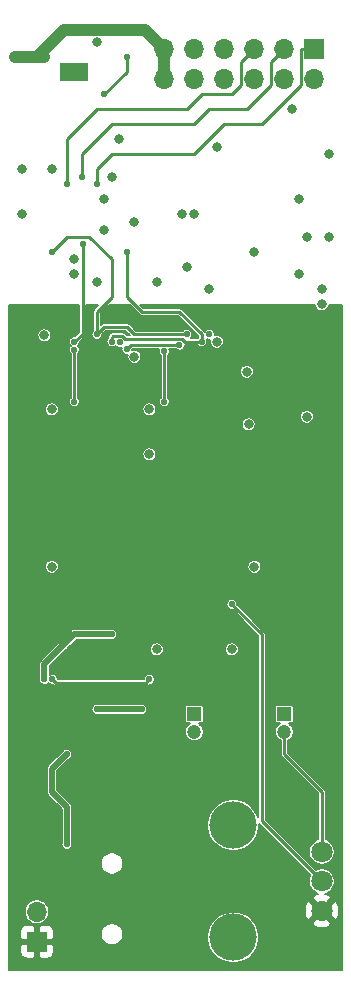
<source format=gbr>
%TF.GenerationSoftware,KiCad,Pcbnew,(5.1.5)-3*%
%TF.CreationDate,2020-11-01T10:27:24+01:00*%
%TF.ProjectId,PmodDAC,506d6f64-4441-4432-9e6b-696361645f70,v0.2*%
%TF.SameCoordinates,Original*%
%TF.FileFunction,Copper,L4,Bot*%
%TF.FilePolarity,Positive*%
%FSLAX46Y46*%
G04 Gerber Fmt 4.6, Leading zero omitted, Abs format (unit mm)*
G04 Created by KiCad (PCBNEW (5.1.5)-3) date 2020-11-01 10:27:24*
%MOMM*%
%LPD*%
G04 APERTURE LIST*
%TA.AperFunction,ComponentPad*%
%ADD10C,1.200000*%
%TD*%
%TA.AperFunction,ComponentPad*%
%ADD11R,1.200000X1.200000*%
%TD*%
%TA.AperFunction,WasherPad*%
%ADD12C,4.000000*%
%TD*%
%TA.AperFunction,ComponentPad*%
%ADD13C,1.800000*%
%TD*%
%TA.AperFunction,Conductor*%
%ADD14R,2.400000X1.650000*%
%TD*%
%TA.AperFunction,ViaPad*%
%ADD15C,0.600000*%
%TD*%
%TA.AperFunction,ComponentPad*%
%ADD16O,1.700000X1.700000*%
%TD*%
%TA.AperFunction,ComponentPad*%
%ADD17R,1.700000X1.700000*%
%TD*%
%TA.AperFunction,ViaPad*%
%ADD18C,0.800000*%
%TD*%
%TA.AperFunction,ViaPad*%
%ADD19C,0.550000*%
%TD*%
%TA.AperFunction,Conductor*%
%ADD20C,1.000000*%
%TD*%
%TA.AperFunction,Conductor*%
%ADD21C,0.500000*%
%TD*%
%TA.AperFunction,Conductor*%
%ADD22C,0.250000*%
%TD*%
%TA.AperFunction,Conductor*%
%ADD23C,0.127000*%
%TD*%
G04 APERTURE END LIST*
D10*
%TO.P,C16,2*%
%TO.N,Net-(C16-Pad2)*%
X-111760000Y-79375000D03*
D11*
%TO.P,C16,1*%
%TO.N,/DI*%
X-111760000Y-77875000D03*
%TD*%
D12*
%TO.P,R40,*%
%TO.N,*%
X-116085000Y-87285000D03*
X-116085000Y-96785000D03*
D13*
%TO.P,R40,1*%
%TO.N,Net-(C16-Pad2)*%
X-108585000Y-89535000D03*
%TO.P,R40,2*%
%TO.N,Net-(R40-Pad2)*%
X-108585000Y-92035000D03*
%TO.P,R40,3*%
%TO.N,GNDA*%
X-108585000Y-94535000D03*
%TD*%
D10*
%TO.P,C33,2*%
%TO.N,Net-(C33-Pad2)*%
X-119380000Y-79375000D03*
D11*
%TO.P,C33,1*%
%TO.N,Net-(C23-Pad1)*%
X-119380000Y-77875000D03*
%TD*%
D14*
%TO.N,GND*%
%TO.C,U4*%
X-129540000Y-23495000D03*
D15*
X-129540000Y-23495000D03*
X-130400000Y-23975000D03*
X-128680000Y-23975000D03*
X-130400000Y-23015000D03*
X-128680000Y-23015000D03*
%TD*%
D16*
%TO.P,J3,12*%
%TO.N,+3V3*%
X-121920000Y-24130000D03*
%TO.P,J3,11*%
X-121920000Y-21590000D03*
%TO.P,J3,10*%
%TO.N,GNDA*%
X-119380000Y-24130000D03*
%TO.P,J3,9*%
%TO.N,GND*%
X-119380000Y-21590000D03*
%TO.P,J3,8*%
%TO.N,N/C*%
X-116840000Y-24130000D03*
%TO.P,J3,7*%
X-116840000Y-21590000D03*
%TO.P,J3,6*%
X-114300000Y-24130000D03*
%TO.P,J3,5*%
%TO.N,/DAC_S_3V*%
X-114300000Y-21590000D03*
%TO.P,J3,4*%
%TO.N,N/C*%
X-111760000Y-24130000D03*
%TO.P,J3,3*%
%TO.N,/DAC_C_3V*%
X-111760000Y-21590000D03*
%TO.P,J3,2*%
%TO.N,N/C*%
X-109220000Y-24130000D03*
D17*
%TO.P,J3,1*%
%TO.N,/DAC_L_3V*%
X-109220000Y-21590000D03*
%TD*%
D16*
%TO.P,J1,2*%
%TO.N,Net-(J1-Pad2)*%
X-132715000Y-94615000D03*
D17*
%TO.P,J1,1*%
%TO.N,GNDA*%
X-132715000Y-97155000D03*
%TD*%
D18*
%TO.N,GND*%
X-133985000Y-35560000D03*
X-133985000Y-31750000D03*
X-131445000Y-31750000D03*
X-125730000Y-29210000D03*
X-127000000Y-36850010D03*
X-117475000Y-29845000D03*
X-127000000Y-34290000D03*
X-124460000Y-36195000D03*
X-119380000Y-35560000D03*
X-127635000Y-20955000D03*
X-117475000Y-46355000D03*
X-124460000Y-47625000D03*
X-132080000Y-45815002D03*
X-120396000Y-35560000D03*
%TO.N,+3V3*%
X-132080000Y-22225000D03*
X-133350000Y-22225000D03*
X-134599990Y-22225000D03*
X-134599990Y-22225000D03*
%TO.N,/Vref_5V*%
X-123190000Y-55880000D03*
X-109855000Y-52705000D03*
X-114784948Y-53340000D03*
D19*
%TO.N,Net-(C23-Pad1)*%
X-123825000Y-77470000D03*
X-127635000Y-77470000D03*
D18*
%TO.N,+9V*%
X-116205000Y-72390000D03*
X-122555000Y-72390000D03*
X-108585000Y-43180000D03*
X-108585000Y-41910000D03*
X-114935000Y-48895000D03*
%TO.N,-5V*%
X-114300000Y-65405000D03*
X-129540000Y-40640000D03*
X-129540000Y-39370000D03*
X-131445000Y-65405000D03*
D19*
%TO.N,+5V*%
X-118110000Y-45720000D03*
D18*
X-123190000Y-52070000D03*
X-131445000Y-52070000D03*
D19*
X-125693563Y-46408402D03*
D18*
X-107950000Y-37465000D03*
X-109855000Y-37465000D03*
X-126365000Y-32385000D03*
D19*
%TO.N,Net-(R2-Pad1)*%
X-127000000Y-25400000D03*
X-125095000Y-22225000D03*
%TO.N,Net-(U1-Pad9)*%
X-120650000Y-46639998D03*
X-125095000Y-46990000D03*
%TO.N,Net-(U1-Pad15)*%
X-129540000Y-51435000D03*
X-129540000Y-47035013D03*
%TO.N,Net-(U2-Pad15)*%
X-121920000Y-51435000D03*
X-121920000Y-47170008D03*
D18*
%TO.N,GNDA*%
X-108331000Y-78867000D03*
X-108331000Y-72771000D03*
X-108331000Y-66802000D03*
X-108204000Y-60579000D03*
X-108331000Y-48514000D03*
X-111760000Y-44831000D03*
X-117729000Y-44831000D03*
X-123825000Y-44831000D03*
X-129667000Y-44831000D03*
X-133477000Y-48514000D03*
X-133477000Y-60706000D03*
X-133477000Y-66802000D03*
X-133477000Y-72771000D03*
X-133477000Y-78740000D03*
X-129794000Y-82677000D03*
X-123825000Y-82677000D03*
X-117729000Y-82677000D03*
X-119380000Y-62230000D03*
X-114300000Y-54610000D03*
D19*
X-130810000Y-60960000D03*
D18*
X-123918328Y-52798328D03*
X-112395000Y-46375010D03*
X-120015000Y-40005000D03*
X-115570000Y-52705000D03*
X-125095000Y-55880000D03*
X-131445000Y-53975000D03*
X-127635000Y-63500000D03*
X-131445000Y-76200000D03*
X-124460000Y-74295000D03*
X-132080000Y-71755000D03*
X-114935000Y-77470000D03*
X-114935000Y-75565000D03*
X-118745000Y-75565000D03*
X-122555000Y-69850000D03*
X-116840000Y-66675000D03*
X-111760000Y-66675000D03*
X-111125000Y-26670000D03*
X-107950000Y-30480000D03*
X-110490000Y-34290000D03*
X-110490000Y-40640000D03*
X-118110000Y-41910000D03*
X-114300000Y-38735000D03*
X-122555000Y-41275000D03*
X-130175000Y-66675000D03*
X-127614990Y-41275000D03*
X-111760000Y-82677000D03*
D19*
%TO.N,/1F*%
X-132080000Y-74930000D03*
X-126365000Y-71120000D03*
%TO.N,Net-(J1-Pad2)*%
X-130175000Y-81280000D03*
X-130175000Y-88900000D03*
%TO.N,/DAC_S_3V*%
X-130175000Y-33020000D03*
%TO.N,/DAC_C_3V*%
X-128905000Y-32385000D03*
%TO.N,/DAC_L_3V*%
X-127635000Y-33020000D03*
%TO.N,Net-(JP1-Pad2)*%
X-123190000Y-74930000D03*
X-131399987Y-74930000D03*
%TO.N,Net-(R40-Pad2)*%
X-116205000Y-68580000D03*
%TO.N,/DAC_C*%
X-118750177Y-46344030D03*
X-126370418Y-46343048D03*
X-125095000Y-38735000D03*
%TO.N,/DAC_L*%
X-120015000Y-45720000D03*
X-127635000Y-45720000D03*
X-131445000Y-38735000D03*
%TO.N,/DAC_S*%
X-129540000Y-46355000D03*
X-128847726Y-38042726D03*
%TD*%
D20*
%TO.N,+3V3*%
X-121920000Y-21590000D02*
X-121920000Y-24130000D01*
X-132080000Y-22225000D02*
X-132715000Y-22225000D01*
X-132715000Y-22225000D02*
X-134599990Y-22225000D01*
X-123585001Y-19924999D02*
X-130414999Y-19924999D01*
X-121920000Y-21590000D02*
X-123585001Y-19924999D01*
X-130414999Y-19924999D02*
X-132715000Y-22225000D01*
D21*
%TO.N,Net-(C23-Pad1)*%
X-127635000Y-77470000D02*
X-123825000Y-77470000D01*
D22*
%TO.N,Net-(R2-Pad1)*%
X-127000000Y-25400000D02*
X-125095000Y-23495000D01*
X-125095000Y-23495000D02*
X-125095000Y-22225000D01*
%TO.N,Net-(U1-Pad9)*%
X-120650000Y-46639998D02*
X-124744998Y-46639998D01*
X-124744998Y-46639998D02*
X-125095000Y-46990000D01*
%TO.N,Net-(U1-Pad15)*%
X-129540000Y-51435000D02*
X-129540000Y-47035013D01*
%TO.N,Net-(U2-Pad15)*%
X-121920000Y-51435000D02*
X-121920000Y-47170008D01*
%TO.N,Net-(C16-Pad2)*%
X-111760000Y-79375000D02*
X-111760000Y-81280000D01*
X-108585000Y-84455000D02*
X-108585000Y-89535000D01*
X-111760000Y-81280000D02*
X-108585000Y-84455000D01*
D21*
%TO.N,/1F*%
X-132080000Y-74930000D02*
X-132080000Y-73660000D01*
X-132080000Y-73660000D02*
X-129540000Y-71120000D01*
X-129540000Y-71120000D02*
X-126365000Y-71120000D01*
%TO.N,Net-(J1-Pad2)*%
X-130175000Y-81280000D02*
X-131445000Y-82550000D01*
X-131445000Y-82550000D02*
X-131445000Y-84455000D01*
X-131445000Y-84455000D02*
X-130175000Y-85725000D01*
X-130175000Y-85725000D02*
X-130175000Y-88900000D01*
D22*
%TO.N,/DAC_S_3V*%
X-130175000Y-33020000D02*
X-130175000Y-29210000D01*
X-130175000Y-29210000D02*
X-127635000Y-26670000D01*
X-127635000Y-26670000D02*
X-120015000Y-26670000D01*
X-120015000Y-26670000D02*
X-118745000Y-25400000D01*
X-118745000Y-25400000D02*
X-116205000Y-25400000D01*
X-115149999Y-22439999D02*
X-114300000Y-21590000D01*
X-115405001Y-22695001D02*
X-115149999Y-22439999D01*
X-115405001Y-24600001D02*
X-115405001Y-22695001D01*
X-116205000Y-25400000D02*
X-115405001Y-24600001D01*
%TO.N,/DAC_C_3V*%
X-128905000Y-32385000D02*
X-128905000Y-30480000D01*
X-128905000Y-30480000D02*
X-126365000Y-27940000D01*
X-126365000Y-27940000D02*
X-119380000Y-27940000D01*
X-119380000Y-27940000D02*
X-118110000Y-26670000D01*
X-118110000Y-26670000D02*
X-114935000Y-26670000D01*
X-112609999Y-22439999D02*
X-111760000Y-21590000D01*
X-112865001Y-22695001D02*
X-112609999Y-22439999D01*
X-112865001Y-24600001D02*
X-112865001Y-22695001D01*
X-114935000Y-26670000D02*
X-112865001Y-24600001D01*
%TO.N,/DAC_L_3V*%
X-110320000Y-21590000D02*
X-109220000Y-21590000D01*
X-110325001Y-24600001D02*
X-110325001Y-21595001D01*
X-113665000Y-27940000D02*
X-110325001Y-24600001D01*
X-127635000Y-33020000D02*
X-127635000Y-31750000D01*
X-110325001Y-21595001D02*
X-110320000Y-21590000D01*
X-119380000Y-30480000D02*
X-116840000Y-27940000D01*
X-127635000Y-31750000D02*
X-126365000Y-30480000D01*
X-126365000Y-30480000D02*
X-119380000Y-30480000D01*
X-116840000Y-27940000D02*
X-113665000Y-27940000D01*
%TO.N,Net-(JP1-Pad2)*%
X-123464999Y-75204999D02*
X-131124988Y-75204999D01*
X-131124988Y-75204999D02*
X-131399987Y-74930000D01*
X-123190000Y-74930000D02*
X-123464999Y-75204999D01*
%TO.N,Net-(R40-Pad2)*%
X-113665000Y-71120000D02*
X-115930001Y-68854999D01*
X-113665000Y-86955000D02*
X-113665000Y-71120000D01*
X-115930001Y-68854999D02*
X-116205000Y-68580000D01*
X-108585000Y-92035000D02*
X-113665000Y-86955000D01*
%TO.N,/DAC_C*%
X-118750177Y-46344030D02*
X-120161566Y-46344030D01*
X-120395599Y-46109997D02*
X-125242419Y-46109997D01*
X-126241277Y-45824999D02*
X-126370418Y-45954140D01*
X-126370418Y-45954140D02*
X-126370418Y-46343048D01*
X-125242419Y-46109997D02*
X-125527417Y-45824999D01*
X-125527417Y-45824999D02*
X-126241277Y-45824999D01*
X-120161566Y-46344030D02*
X-120395599Y-46109997D01*
X-118750177Y-46344030D02*
X-118750177Y-45714823D01*
X-118750177Y-45714823D02*
X-120650000Y-43815000D01*
X-120650000Y-43815000D02*
X-123825000Y-43815000D01*
X-123825000Y-43815000D02*
X-125095000Y-42545000D01*
X-125095000Y-42545000D02*
X-125095000Y-38735000D01*
%TO.N,/DAC_L*%
X-120015000Y-45720000D02*
X-124460000Y-45720000D01*
X-124460000Y-45720000D02*
X-125095000Y-45085000D01*
X-125095000Y-45085000D02*
X-127000000Y-45085000D01*
X-127000000Y-45085000D02*
X-127635000Y-45720000D01*
X-130175000Y-37465000D02*
X-131445000Y-38735000D01*
X-127635000Y-45720000D02*
X-127635000Y-43815000D01*
X-128270000Y-37465000D02*
X-130175000Y-37465000D01*
X-126365000Y-39370000D02*
X-128270000Y-37465000D01*
X-127635000Y-43815000D02*
X-126365000Y-42545000D01*
X-126365000Y-42545000D02*
X-126365000Y-39370000D01*
%TO.N,/DAC_S*%
X-128847726Y-38431634D02*
X-128847726Y-38042726D01*
X-128847726Y-45662726D02*
X-128847726Y-38431634D01*
X-129540000Y-46355000D02*
X-128847726Y-45662726D01*
%TD*%
D23*
%TO.N,GNDA*%
G36*
X-129166226Y-45530799D02*
G01*
X-129521926Y-45886500D01*
X-129586143Y-45886500D01*
X-129676656Y-45904504D01*
X-129761918Y-45939821D01*
X-129838651Y-45991092D01*
X-129903908Y-46056349D01*
X-129955179Y-46133082D01*
X-129990496Y-46218344D01*
X-130008500Y-46308857D01*
X-130008500Y-46401143D01*
X-129990496Y-46491656D01*
X-129955179Y-46576918D01*
X-129903908Y-46653651D01*
X-129862553Y-46695007D01*
X-129903908Y-46736362D01*
X-129955179Y-46813095D01*
X-129990496Y-46898357D01*
X-130008500Y-46988870D01*
X-130008500Y-47081156D01*
X-129990496Y-47171669D01*
X-129955179Y-47256931D01*
X-129903908Y-47333664D01*
X-129858499Y-47379073D01*
X-129858500Y-51090941D01*
X-129903908Y-51136349D01*
X-129955179Y-51213082D01*
X-129990496Y-51298344D01*
X-130008500Y-51388857D01*
X-130008500Y-51481143D01*
X-129990496Y-51571656D01*
X-129955179Y-51656918D01*
X-129903908Y-51733651D01*
X-129838651Y-51798908D01*
X-129761918Y-51850179D01*
X-129676656Y-51885496D01*
X-129586143Y-51903500D01*
X-129493857Y-51903500D01*
X-129403344Y-51885496D01*
X-129318082Y-51850179D01*
X-129241349Y-51798908D01*
X-129176092Y-51733651D01*
X-129124821Y-51656918D01*
X-129089504Y-51571656D01*
X-129071500Y-51481143D01*
X-129071500Y-51388857D01*
X-129089504Y-51298344D01*
X-129124821Y-51213082D01*
X-129176092Y-51136349D01*
X-129221500Y-51090941D01*
X-129221500Y-47379072D01*
X-129176092Y-47333664D01*
X-129124821Y-47256931D01*
X-129089504Y-47171669D01*
X-129071500Y-47081156D01*
X-129071500Y-46988870D01*
X-129089504Y-46898357D01*
X-129124821Y-46813095D01*
X-129176092Y-46736362D01*
X-129217448Y-46695007D01*
X-129176092Y-46653651D01*
X-129124821Y-46576918D01*
X-129089504Y-46491656D01*
X-129071500Y-46401143D01*
X-129071500Y-46336926D01*
X-128633573Y-45899000D01*
X-128621423Y-45889029D01*
X-128611449Y-45876876D01*
X-128581622Y-45840532D01*
X-128565814Y-45810957D01*
X-128552047Y-45785200D01*
X-128533834Y-45725163D01*
X-128529226Y-45678373D01*
X-128529226Y-45678362D01*
X-128527686Y-45662727D01*
X-128529226Y-45647092D01*
X-128529226Y-43243500D01*
X-127513926Y-43243500D01*
X-127849149Y-43578723D01*
X-127861302Y-43588697D01*
X-127871274Y-43600848D01*
X-127871277Y-43600851D01*
X-127901104Y-43637195D01*
X-127930678Y-43692526D01*
X-127948891Y-43752564D01*
X-127955040Y-43815000D01*
X-127953499Y-43830647D01*
X-127953500Y-45375941D01*
X-127998908Y-45421349D01*
X-128050179Y-45498082D01*
X-128085496Y-45583344D01*
X-128103500Y-45673857D01*
X-128103500Y-45766143D01*
X-128085496Y-45856656D01*
X-128050179Y-45941918D01*
X-127998908Y-46018651D01*
X-127933651Y-46083908D01*
X-127856918Y-46135179D01*
X-127771656Y-46170496D01*
X-127681143Y-46188500D01*
X-127588857Y-46188500D01*
X-127498344Y-46170496D01*
X-127413082Y-46135179D01*
X-127336349Y-46083908D01*
X-127271092Y-46018651D01*
X-127219821Y-45941918D01*
X-127184504Y-45856656D01*
X-127166500Y-45766143D01*
X-127166500Y-45701926D01*
X-126868073Y-45403500D01*
X-125226926Y-45403500D01*
X-124838930Y-45791497D01*
X-125110492Y-45791497D01*
X-125291138Y-45610852D01*
X-125301114Y-45598696D01*
X-125349612Y-45558895D01*
X-125404943Y-45529320D01*
X-125464980Y-45511107D01*
X-125511770Y-45506499D01*
X-125511780Y-45506499D01*
X-125527417Y-45504959D01*
X-125543054Y-45506499D01*
X-126225640Y-45506499D01*
X-126241277Y-45504959D01*
X-126256914Y-45506499D01*
X-126256924Y-45506499D01*
X-126303714Y-45511107D01*
X-126363751Y-45529320D01*
X-126419082Y-45558895D01*
X-126467580Y-45598696D01*
X-126477557Y-45610853D01*
X-126584564Y-45717860D01*
X-126596721Y-45727837D01*
X-126606695Y-45739991D01*
X-126636522Y-45776335D01*
X-126643803Y-45789957D01*
X-126666097Y-45831667D01*
X-126684310Y-45891704D01*
X-126688918Y-45938494D01*
X-126688918Y-45938503D01*
X-126690458Y-45954140D01*
X-126688918Y-45969777D01*
X-126688918Y-45998989D01*
X-126734326Y-46044397D01*
X-126785597Y-46121130D01*
X-126820914Y-46206392D01*
X-126838918Y-46296905D01*
X-126838918Y-46389191D01*
X-126820914Y-46479704D01*
X-126785597Y-46564966D01*
X-126734326Y-46641699D01*
X-126669069Y-46706956D01*
X-126592336Y-46758227D01*
X-126507074Y-46793544D01*
X-126416561Y-46811548D01*
X-126324275Y-46811548D01*
X-126233762Y-46793544D01*
X-126148500Y-46758227D01*
X-126071767Y-46706956D01*
X-126063236Y-46698425D01*
X-126057471Y-46707053D01*
X-125992214Y-46772310D01*
X-125915481Y-46823581D01*
X-125830219Y-46858898D01*
X-125739706Y-46876902D01*
X-125647420Y-46876902D01*
X-125556907Y-46858898D01*
X-125545675Y-46854246D01*
X-125563500Y-46943857D01*
X-125563500Y-47036143D01*
X-125545496Y-47126656D01*
X-125510179Y-47211918D01*
X-125458908Y-47288651D01*
X-125393651Y-47353908D01*
X-125316918Y-47405179D01*
X-125231656Y-47440496D01*
X-125141143Y-47458500D01*
X-125048857Y-47458500D01*
X-125031314Y-47455011D01*
X-125053500Y-47566545D01*
X-125053500Y-47683455D01*
X-125030692Y-47798118D01*
X-124985953Y-47906128D01*
X-124921002Y-48003334D01*
X-124838334Y-48086002D01*
X-124741128Y-48150953D01*
X-124633118Y-48195692D01*
X-124518455Y-48218500D01*
X-124401545Y-48218500D01*
X-124286882Y-48195692D01*
X-124178872Y-48150953D01*
X-124081666Y-48086002D01*
X-123998998Y-48003334D01*
X-123934047Y-47906128D01*
X-123889308Y-47798118D01*
X-123866500Y-47683455D01*
X-123866500Y-47566545D01*
X-123889308Y-47451882D01*
X-123934047Y-47343872D01*
X-123998998Y-47246666D01*
X-124081666Y-47163998D01*
X-124178872Y-47099047D01*
X-124286882Y-47054308D01*
X-124401545Y-47031500D01*
X-124518455Y-47031500D01*
X-124629989Y-47053686D01*
X-124626500Y-47036143D01*
X-124626500Y-46971927D01*
X-124613071Y-46958498D01*
X-122339490Y-46958498D01*
X-122370496Y-47033352D01*
X-122388500Y-47123865D01*
X-122388500Y-47216151D01*
X-122370496Y-47306664D01*
X-122335179Y-47391926D01*
X-122283908Y-47468659D01*
X-122238499Y-47514068D01*
X-122238500Y-51090941D01*
X-122283908Y-51136349D01*
X-122335179Y-51213082D01*
X-122370496Y-51298344D01*
X-122388500Y-51388857D01*
X-122388500Y-51481143D01*
X-122370496Y-51571656D01*
X-122335179Y-51656918D01*
X-122283908Y-51733651D01*
X-122218651Y-51798908D01*
X-122141918Y-51850179D01*
X-122056656Y-51885496D01*
X-121966143Y-51903500D01*
X-121873857Y-51903500D01*
X-121783344Y-51885496D01*
X-121698082Y-51850179D01*
X-121621349Y-51798908D01*
X-121556092Y-51733651D01*
X-121504821Y-51656918D01*
X-121469504Y-51571656D01*
X-121451500Y-51481143D01*
X-121451500Y-51388857D01*
X-121469504Y-51298344D01*
X-121504821Y-51213082D01*
X-121556092Y-51136349D01*
X-121601500Y-51090941D01*
X-121601500Y-48836545D01*
X-115528500Y-48836545D01*
X-115528500Y-48953455D01*
X-115505692Y-49068118D01*
X-115460953Y-49176128D01*
X-115396002Y-49273334D01*
X-115313334Y-49356002D01*
X-115216128Y-49420953D01*
X-115108118Y-49465692D01*
X-114993455Y-49488500D01*
X-114876545Y-49488500D01*
X-114761882Y-49465692D01*
X-114653872Y-49420953D01*
X-114556666Y-49356002D01*
X-114473998Y-49273334D01*
X-114409047Y-49176128D01*
X-114364308Y-49068118D01*
X-114341500Y-48953455D01*
X-114341500Y-48836545D01*
X-114364308Y-48721882D01*
X-114409047Y-48613872D01*
X-114473998Y-48516666D01*
X-114556666Y-48433998D01*
X-114653872Y-48369047D01*
X-114761882Y-48324308D01*
X-114876545Y-48301500D01*
X-114993455Y-48301500D01*
X-115108118Y-48324308D01*
X-115216128Y-48369047D01*
X-115313334Y-48433998D01*
X-115396002Y-48516666D01*
X-115460953Y-48613872D01*
X-115505692Y-48721882D01*
X-115528500Y-48836545D01*
X-121601500Y-48836545D01*
X-121601500Y-47514067D01*
X-121556092Y-47468659D01*
X-121504821Y-47391926D01*
X-121469504Y-47306664D01*
X-121451500Y-47216151D01*
X-121451500Y-47123865D01*
X-121469504Y-47033352D01*
X-121500510Y-46958498D01*
X-120994059Y-46958498D01*
X-120948651Y-47003906D01*
X-120871918Y-47055177D01*
X-120786656Y-47090494D01*
X-120696143Y-47108498D01*
X-120603857Y-47108498D01*
X-120513344Y-47090494D01*
X-120428082Y-47055177D01*
X-120351349Y-47003906D01*
X-120286092Y-46938649D01*
X-120234821Y-46861916D01*
X-120199504Y-46776654D01*
X-120181500Y-46686141D01*
X-120181500Y-46662108D01*
X-120177213Y-46662530D01*
X-120177211Y-46662530D01*
X-120161566Y-46664071D01*
X-120145921Y-46662530D01*
X-119094236Y-46662530D01*
X-119048828Y-46707938D01*
X-118972095Y-46759209D01*
X-118886833Y-46794526D01*
X-118796320Y-46812530D01*
X-118704034Y-46812530D01*
X-118613521Y-46794526D01*
X-118528259Y-46759209D01*
X-118451526Y-46707938D01*
X-118386269Y-46642681D01*
X-118334998Y-46565948D01*
X-118299681Y-46480686D01*
X-118281677Y-46390173D01*
X-118281677Y-46297887D01*
X-118299681Y-46207374D01*
X-118329102Y-46136345D01*
X-118246656Y-46170496D01*
X-118156143Y-46188500D01*
X-118063857Y-46188500D01*
X-118046314Y-46185011D01*
X-118068500Y-46296545D01*
X-118068500Y-46413455D01*
X-118045692Y-46528118D01*
X-118000953Y-46636128D01*
X-117936002Y-46733334D01*
X-117853334Y-46816002D01*
X-117756128Y-46880953D01*
X-117648118Y-46925692D01*
X-117533455Y-46948500D01*
X-117416545Y-46948500D01*
X-117301882Y-46925692D01*
X-117193872Y-46880953D01*
X-117096666Y-46816002D01*
X-117013998Y-46733334D01*
X-116949047Y-46636128D01*
X-116904308Y-46528118D01*
X-116881500Y-46413455D01*
X-116881500Y-46296545D01*
X-116904308Y-46181882D01*
X-116949047Y-46073872D01*
X-117013998Y-45976666D01*
X-117096666Y-45893998D01*
X-117193872Y-45829047D01*
X-117301882Y-45784308D01*
X-117416545Y-45761500D01*
X-117533455Y-45761500D01*
X-117644989Y-45783686D01*
X-117641500Y-45766143D01*
X-117641500Y-45673857D01*
X-117659504Y-45583344D01*
X-117694821Y-45498082D01*
X-117746092Y-45421349D01*
X-117811349Y-45356092D01*
X-117888082Y-45304821D01*
X-117973344Y-45269504D01*
X-118063857Y-45251500D01*
X-118156143Y-45251500D01*
X-118246656Y-45269504D01*
X-118331918Y-45304821D01*
X-118408651Y-45356092D01*
X-118473908Y-45421349D01*
X-118521072Y-45491935D01*
X-118523874Y-45488520D01*
X-118536025Y-45478548D01*
X-120413723Y-43600851D01*
X-120423697Y-43588697D01*
X-120472195Y-43548896D01*
X-120527526Y-43519321D01*
X-120587563Y-43501108D01*
X-120634353Y-43496500D01*
X-120634363Y-43496500D01*
X-120650000Y-43494960D01*
X-120665637Y-43496500D01*
X-123693073Y-43496500D01*
X-123946073Y-43243500D01*
X-109177496Y-43243500D01*
X-109155692Y-43353118D01*
X-109110953Y-43461128D01*
X-109046002Y-43558334D01*
X-108963334Y-43641002D01*
X-108866128Y-43705953D01*
X-108758118Y-43750692D01*
X-108643455Y-43773500D01*
X-108526545Y-43773500D01*
X-108411882Y-43750692D01*
X-108303872Y-43705953D01*
X-108206666Y-43641002D01*
X-108123998Y-43558334D01*
X-108059047Y-43461128D01*
X-108014308Y-43353118D01*
X-107992504Y-43243500D01*
X-106868499Y-43243500D01*
X-106868500Y-59699260D01*
X-106868499Y-59699270D01*
X-106868500Y-81289260D01*
X-106868499Y-81289270D01*
X-106868500Y-99506500D01*
X-135066500Y-99506500D01*
X-135066500Y-98005000D01*
X-134139265Y-98005000D01*
X-134128231Y-98117034D01*
X-134095552Y-98224762D01*
X-134042484Y-98324045D01*
X-133971067Y-98411067D01*
X-133884045Y-98482484D01*
X-133784762Y-98535552D01*
X-133677034Y-98568231D01*
X-133565000Y-98579265D01*
X-133048375Y-98576500D01*
X-132905500Y-98433625D01*
X-132905500Y-97345500D01*
X-132524500Y-97345500D01*
X-132524500Y-98433625D01*
X-132381625Y-98576500D01*
X-131865000Y-98579265D01*
X-131752966Y-98568231D01*
X-131645238Y-98535552D01*
X-131545955Y-98482484D01*
X-131458933Y-98411067D01*
X-131387516Y-98324045D01*
X-131334448Y-98224762D01*
X-131301769Y-98117034D01*
X-131290735Y-98005000D01*
X-131293500Y-97488375D01*
X-131436375Y-97345500D01*
X-132524500Y-97345500D01*
X-132905500Y-97345500D01*
X-133993625Y-97345500D01*
X-134136500Y-97488375D01*
X-134139265Y-98005000D01*
X-135066500Y-98005000D01*
X-135066500Y-96305000D01*
X-134139265Y-96305000D01*
X-134136500Y-96821625D01*
X-133993625Y-96964500D01*
X-132905500Y-96964500D01*
X-132905500Y-95876375D01*
X-132524500Y-95876375D01*
X-132524500Y-96964500D01*
X-131436375Y-96964500D01*
X-131293500Y-96821625D01*
X-131291389Y-96427073D01*
X-127308500Y-96427073D01*
X-127308500Y-96612927D01*
X-127272242Y-96795209D01*
X-127201119Y-96966915D01*
X-127097864Y-97121446D01*
X-126966446Y-97252864D01*
X-126811915Y-97356119D01*
X-126640209Y-97427242D01*
X-126457927Y-97463500D01*
X-126272073Y-97463500D01*
X-126089791Y-97427242D01*
X-125918085Y-97356119D01*
X-125763554Y-97252864D01*
X-125632136Y-97121446D01*
X-125528881Y-96966915D01*
X-125457758Y-96795209D01*
X-125421500Y-96612927D01*
X-125421500Y-96568959D01*
X-118278500Y-96568959D01*
X-118278500Y-97001041D01*
X-118194205Y-97424820D01*
X-118028854Y-97824012D01*
X-117788802Y-98183274D01*
X-117483274Y-98488802D01*
X-117124012Y-98728854D01*
X-116724820Y-98894205D01*
X-116301041Y-98978500D01*
X-115868959Y-98978500D01*
X-115445180Y-98894205D01*
X-115045988Y-98728854D01*
X-114686726Y-98488802D01*
X-114381198Y-98183274D01*
X-114141146Y-97824012D01*
X-113975795Y-97424820D01*
X-113891500Y-97001041D01*
X-113891500Y-96568959D01*
X-113975795Y-96145180D01*
X-114141146Y-95745988D01*
X-114235643Y-95604563D01*
X-109385156Y-95604563D01*
X-109292750Y-95833232D01*
X-109025878Y-95946363D01*
X-108742064Y-96005255D01*
X-108452214Y-96007646D01*
X-108167467Y-95953444D01*
X-107898765Y-95844732D01*
X-107877250Y-95833232D01*
X-107784844Y-95604563D01*
X-108585000Y-94804408D01*
X-109385156Y-95604563D01*
X-114235643Y-95604563D01*
X-114381198Y-95386726D01*
X-114686726Y-95081198D01*
X-115045988Y-94841146D01*
X-115445180Y-94675795D01*
X-115485443Y-94667786D01*
X-110057646Y-94667786D01*
X-110003444Y-94952533D01*
X-109894732Y-95221235D01*
X-109883232Y-95242750D01*
X-109654563Y-95335156D01*
X-108854408Y-94535000D01*
X-108315592Y-94535000D01*
X-107515437Y-95335156D01*
X-107286768Y-95242750D01*
X-107173637Y-94975878D01*
X-107114745Y-94692064D01*
X-107112354Y-94402214D01*
X-107166556Y-94117467D01*
X-107275268Y-93848765D01*
X-107286768Y-93827250D01*
X-107515437Y-93734844D01*
X-108315592Y-94535000D01*
X-108854408Y-94535000D01*
X-109654563Y-93734844D01*
X-109883232Y-93827250D01*
X-109996363Y-94094122D01*
X-110055255Y-94377936D01*
X-110057646Y-94667786D01*
X-115485443Y-94667786D01*
X-115868959Y-94591500D01*
X-116301041Y-94591500D01*
X-116724820Y-94675795D01*
X-117124012Y-94841146D01*
X-117483274Y-95081198D01*
X-117788802Y-95386726D01*
X-118028854Y-95745988D01*
X-118194205Y-96145180D01*
X-118278500Y-96568959D01*
X-125421500Y-96568959D01*
X-125421500Y-96427073D01*
X-125457758Y-96244791D01*
X-125528881Y-96073085D01*
X-125632136Y-95918554D01*
X-125763554Y-95787136D01*
X-125918085Y-95683881D01*
X-126089791Y-95612758D01*
X-126272073Y-95576500D01*
X-126457927Y-95576500D01*
X-126640209Y-95612758D01*
X-126811915Y-95683881D01*
X-126966446Y-95787136D01*
X-127097864Y-95918554D01*
X-127201119Y-96073085D01*
X-127272242Y-96244791D01*
X-127308500Y-96427073D01*
X-131291389Y-96427073D01*
X-131290735Y-96305000D01*
X-131301769Y-96192966D01*
X-131334448Y-96085238D01*
X-131387516Y-95985955D01*
X-131458933Y-95898933D01*
X-131545955Y-95827516D01*
X-131645238Y-95774448D01*
X-131752966Y-95741769D01*
X-131865000Y-95730735D01*
X-132381625Y-95733500D01*
X-132524500Y-95876375D01*
X-132905500Y-95876375D01*
X-133048375Y-95733500D01*
X-133565000Y-95730735D01*
X-133677034Y-95741769D01*
X-133784762Y-95774448D01*
X-133884045Y-95827516D01*
X-133971067Y-95898933D01*
X-134042484Y-95985955D01*
X-134095552Y-96085238D01*
X-134128231Y-96192966D01*
X-134139265Y-96305000D01*
X-135066500Y-96305000D01*
X-135066500Y-94512224D01*
X-133758500Y-94512224D01*
X-133758500Y-94717776D01*
X-133718399Y-94919378D01*
X-133639738Y-95109283D01*
X-133525539Y-95280192D01*
X-133380192Y-95425539D01*
X-133209283Y-95539738D01*
X-133019378Y-95618399D01*
X-132817776Y-95658500D01*
X-132612224Y-95658500D01*
X-132410622Y-95618399D01*
X-132220717Y-95539738D01*
X-132049808Y-95425539D01*
X-131904461Y-95280192D01*
X-131790262Y-95109283D01*
X-131711601Y-94919378D01*
X-131671500Y-94717776D01*
X-131671500Y-94512224D01*
X-131711601Y-94310622D01*
X-131790262Y-94120717D01*
X-131904461Y-93949808D01*
X-132049808Y-93804461D01*
X-132220717Y-93690262D01*
X-132410622Y-93611601D01*
X-132612224Y-93571500D01*
X-132817776Y-93571500D01*
X-133019378Y-93611601D01*
X-133209283Y-93690262D01*
X-133380192Y-93804461D01*
X-133525539Y-93949808D01*
X-133639738Y-94120717D01*
X-133718399Y-94310622D01*
X-133758500Y-94512224D01*
X-135066500Y-94512224D01*
X-135066500Y-90427073D01*
X-127308500Y-90427073D01*
X-127308500Y-90612927D01*
X-127272242Y-90795209D01*
X-127201119Y-90966915D01*
X-127097864Y-91121446D01*
X-126966446Y-91252864D01*
X-126811915Y-91356119D01*
X-126640209Y-91427242D01*
X-126457927Y-91463500D01*
X-126272073Y-91463500D01*
X-126089791Y-91427242D01*
X-125918085Y-91356119D01*
X-125763554Y-91252864D01*
X-125632136Y-91121446D01*
X-125528881Y-90966915D01*
X-125457758Y-90795209D01*
X-125421500Y-90612927D01*
X-125421500Y-90427073D01*
X-125457758Y-90244791D01*
X-125528881Y-90073085D01*
X-125632136Y-89918554D01*
X-125763554Y-89787136D01*
X-125918085Y-89683881D01*
X-126089791Y-89612758D01*
X-126272073Y-89576500D01*
X-126457927Y-89576500D01*
X-126640209Y-89612758D01*
X-126811915Y-89683881D01*
X-126966446Y-89787136D01*
X-127097864Y-89918554D01*
X-127201119Y-90073085D01*
X-127272242Y-90244791D01*
X-127308500Y-90427073D01*
X-135066500Y-90427073D01*
X-135066500Y-82550000D01*
X-131890645Y-82550000D01*
X-131888500Y-82571776D01*
X-131888499Y-84433214D01*
X-131890645Y-84455000D01*
X-131882081Y-84541940D01*
X-131856722Y-84625540D01*
X-131815540Y-84702587D01*
X-131800343Y-84721104D01*
X-131760118Y-84770119D01*
X-131743200Y-84784003D01*
X-130618500Y-85908704D01*
X-130618499Y-88746452D01*
X-130625496Y-88763344D01*
X-130643500Y-88853857D01*
X-130643500Y-88946143D01*
X-130625496Y-89036656D01*
X-130590179Y-89121918D01*
X-130538908Y-89198651D01*
X-130473651Y-89263908D01*
X-130396918Y-89315179D01*
X-130311656Y-89350496D01*
X-130221143Y-89368500D01*
X-130128857Y-89368500D01*
X-130038344Y-89350496D01*
X-129953082Y-89315179D01*
X-129876349Y-89263908D01*
X-129811092Y-89198651D01*
X-129759821Y-89121918D01*
X-129724504Y-89036656D01*
X-129706500Y-88946143D01*
X-129706500Y-88853857D01*
X-129724504Y-88763344D01*
X-129731500Y-88746454D01*
X-129731500Y-87068959D01*
X-118278500Y-87068959D01*
X-118278500Y-87501041D01*
X-118194205Y-87924820D01*
X-118028854Y-88324012D01*
X-117788802Y-88683274D01*
X-117483274Y-88988802D01*
X-117124012Y-89228854D01*
X-116724820Y-89394205D01*
X-116301041Y-89478500D01*
X-115868959Y-89478500D01*
X-115445180Y-89394205D01*
X-115045988Y-89228854D01*
X-114686726Y-88988802D01*
X-114381198Y-88683274D01*
X-114141146Y-88324012D01*
X-113975795Y-87924820D01*
X-113891500Y-87501041D01*
X-113891500Y-87181063D01*
X-113891303Y-87181303D01*
X-113879146Y-87191280D01*
X-109553785Y-91516642D01*
X-109554047Y-91517034D01*
X-109636477Y-91716038D01*
X-109678500Y-91927300D01*
X-109678500Y-92142700D01*
X-109636477Y-92353962D01*
X-109554047Y-92552966D01*
X-109434377Y-92732066D01*
X-109282066Y-92884377D01*
X-109102966Y-93004047D01*
X-108903962Y-93086477D01*
X-108874892Y-93092259D01*
X-109002533Y-93116556D01*
X-109271235Y-93225268D01*
X-109292750Y-93236768D01*
X-109385156Y-93465437D01*
X-108585000Y-94265592D01*
X-107784844Y-93465437D01*
X-107877250Y-93236768D01*
X-108144122Y-93123637D01*
X-108295225Y-93092283D01*
X-108266038Y-93086477D01*
X-108067034Y-93004047D01*
X-107887934Y-92884377D01*
X-107735623Y-92732066D01*
X-107615953Y-92552966D01*
X-107533523Y-92353962D01*
X-107491500Y-92142700D01*
X-107491500Y-91927300D01*
X-107533523Y-91716038D01*
X-107615953Y-91517034D01*
X-107735623Y-91337934D01*
X-107887934Y-91185623D01*
X-108067034Y-91065953D01*
X-108266038Y-90983523D01*
X-108477300Y-90941500D01*
X-108692700Y-90941500D01*
X-108903962Y-90983523D01*
X-109102966Y-91065953D01*
X-109103358Y-91066215D01*
X-113346500Y-86823074D01*
X-113346500Y-77275000D01*
X-112554436Y-77275000D01*
X-112554436Y-78475000D01*
X-112550700Y-78512933D01*
X-112539635Y-78549407D01*
X-112521668Y-78583023D01*
X-112497487Y-78612487D01*
X-112468023Y-78636668D01*
X-112434407Y-78654635D01*
X-112397933Y-78665700D01*
X-112360000Y-78669436D01*
X-112130132Y-78669436D01*
X-112135863Y-78671810D01*
X-112265827Y-78758649D01*
X-112376351Y-78869173D01*
X-112463190Y-78999137D01*
X-112523006Y-79143545D01*
X-112553500Y-79296847D01*
X-112553500Y-79453153D01*
X-112523006Y-79606455D01*
X-112463190Y-79750863D01*
X-112376351Y-79880827D01*
X-112265827Y-79991351D01*
X-112135863Y-80078190D01*
X-112078500Y-80101951D01*
X-112078499Y-81264353D01*
X-112080040Y-81280000D01*
X-112078499Y-81295647D01*
X-112073891Y-81342437D01*
X-112055678Y-81402474D01*
X-112026104Y-81457805D01*
X-111996277Y-81494149D01*
X-111996274Y-81494152D01*
X-111986302Y-81506303D01*
X-111974151Y-81516275D01*
X-108903500Y-84586927D01*
X-108903499Y-88483431D01*
X-108903962Y-88483523D01*
X-109102966Y-88565953D01*
X-109282066Y-88685623D01*
X-109434377Y-88837934D01*
X-109554047Y-89017034D01*
X-109636477Y-89216038D01*
X-109678500Y-89427300D01*
X-109678500Y-89642700D01*
X-109636477Y-89853962D01*
X-109554047Y-90052966D01*
X-109434377Y-90232066D01*
X-109282066Y-90384377D01*
X-109102966Y-90504047D01*
X-108903962Y-90586477D01*
X-108692700Y-90628500D01*
X-108477300Y-90628500D01*
X-108266038Y-90586477D01*
X-108067034Y-90504047D01*
X-107887934Y-90384377D01*
X-107735623Y-90232066D01*
X-107615953Y-90052966D01*
X-107533523Y-89853962D01*
X-107491500Y-89642700D01*
X-107491500Y-89427300D01*
X-107533523Y-89216038D01*
X-107615953Y-89017034D01*
X-107735623Y-88837934D01*
X-107887934Y-88685623D01*
X-108067034Y-88565953D01*
X-108266038Y-88483523D01*
X-108266500Y-88483431D01*
X-108266500Y-84470636D01*
X-108264960Y-84454999D01*
X-108266500Y-84439362D01*
X-108266500Y-84439353D01*
X-108271108Y-84392563D01*
X-108289321Y-84332526D01*
X-108303088Y-84306769D01*
X-108318896Y-84277194D01*
X-108348723Y-84240850D01*
X-108348725Y-84240848D01*
X-108358697Y-84228697D01*
X-108370847Y-84218726D01*
X-111441500Y-81148074D01*
X-111441500Y-80101951D01*
X-111384137Y-80078190D01*
X-111254173Y-79991351D01*
X-111143649Y-79880827D01*
X-111056810Y-79750863D01*
X-110996994Y-79606455D01*
X-110966500Y-79453153D01*
X-110966500Y-79296847D01*
X-110996994Y-79143545D01*
X-111056810Y-78999137D01*
X-111143649Y-78869173D01*
X-111254173Y-78758649D01*
X-111384137Y-78671810D01*
X-111389868Y-78669436D01*
X-111160000Y-78669436D01*
X-111122067Y-78665700D01*
X-111085593Y-78654635D01*
X-111051977Y-78636668D01*
X-111022513Y-78612487D01*
X-110998332Y-78583023D01*
X-110980365Y-78549407D01*
X-110969300Y-78512933D01*
X-110965564Y-78475000D01*
X-110965564Y-77275000D01*
X-110969300Y-77237067D01*
X-110980365Y-77200593D01*
X-110998332Y-77166977D01*
X-111022513Y-77137513D01*
X-111051977Y-77113332D01*
X-111085593Y-77095365D01*
X-111122067Y-77084300D01*
X-111160000Y-77080564D01*
X-112360000Y-77080564D01*
X-112397933Y-77084300D01*
X-112434407Y-77095365D01*
X-112468023Y-77113332D01*
X-112497487Y-77137513D01*
X-112521668Y-77166977D01*
X-112539635Y-77200593D01*
X-112550700Y-77237067D01*
X-112554436Y-77275000D01*
X-113346500Y-77275000D01*
X-113346500Y-71135634D01*
X-113344960Y-71119999D01*
X-113346500Y-71104365D01*
X-113346500Y-71104353D01*
X-113351108Y-71057563D01*
X-113369321Y-70997526D01*
X-113383088Y-70971769D01*
X-113398896Y-70942194D01*
X-113428723Y-70905850D01*
X-113428725Y-70905848D01*
X-113438697Y-70893697D01*
X-113450848Y-70883725D01*
X-115693719Y-68640855D01*
X-115693724Y-68640849D01*
X-115736500Y-68598073D01*
X-115736500Y-68533857D01*
X-115754504Y-68443344D01*
X-115789821Y-68358082D01*
X-115841092Y-68281349D01*
X-115906349Y-68216092D01*
X-115983082Y-68164821D01*
X-116068344Y-68129504D01*
X-116158857Y-68111500D01*
X-116251143Y-68111500D01*
X-116341656Y-68129504D01*
X-116426918Y-68164821D01*
X-116503651Y-68216092D01*
X-116568908Y-68281349D01*
X-116620179Y-68358082D01*
X-116655496Y-68443344D01*
X-116673500Y-68533857D01*
X-116673500Y-68626143D01*
X-116655496Y-68716656D01*
X-116620179Y-68801918D01*
X-116568908Y-68878651D01*
X-116503651Y-68943908D01*
X-116426918Y-68995179D01*
X-116341656Y-69030496D01*
X-116251143Y-69048500D01*
X-116186927Y-69048500D01*
X-116144151Y-69091276D01*
X-116144145Y-69091281D01*
X-113983499Y-71251928D01*
X-113983500Y-86626579D01*
X-114141146Y-86245988D01*
X-114381198Y-85886726D01*
X-114686726Y-85581198D01*
X-115045988Y-85341146D01*
X-115445180Y-85175795D01*
X-115868959Y-85091500D01*
X-116301041Y-85091500D01*
X-116724820Y-85175795D01*
X-117124012Y-85341146D01*
X-117483274Y-85581198D01*
X-117788802Y-85886726D01*
X-118028854Y-86245988D01*
X-118194205Y-86645180D01*
X-118278500Y-87068959D01*
X-129731500Y-87068959D01*
X-129731500Y-85746775D01*
X-129729355Y-85724999D01*
X-129731500Y-85703222D01*
X-129737918Y-85638059D01*
X-129763278Y-85554459D01*
X-129804459Y-85477414D01*
X-129804460Y-85477412D01*
X-129845999Y-85426797D01*
X-129859881Y-85409881D01*
X-129876798Y-85395998D01*
X-131001500Y-84271297D01*
X-131001500Y-82733703D01*
X-129969971Y-81702175D01*
X-129953082Y-81695179D01*
X-129876349Y-81643908D01*
X-129811092Y-81578651D01*
X-129759821Y-81501918D01*
X-129724504Y-81416656D01*
X-129706500Y-81326143D01*
X-129706500Y-81233857D01*
X-129724504Y-81143344D01*
X-129759821Y-81058082D01*
X-129811092Y-80981349D01*
X-129876349Y-80916092D01*
X-129953082Y-80864821D01*
X-130038344Y-80829504D01*
X-130128857Y-80811500D01*
X-130221143Y-80811500D01*
X-130311656Y-80829504D01*
X-130396918Y-80864821D01*
X-130473651Y-80916092D01*
X-130538908Y-80981349D01*
X-130590179Y-81058082D01*
X-130597175Y-81074971D01*
X-131743196Y-82220993D01*
X-131760119Y-82234881D01*
X-131796255Y-82278914D01*
X-131815540Y-82302413D01*
X-131856721Y-82379459D01*
X-131856722Y-82379460D01*
X-131882082Y-82463060D01*
X-131888500Y-82528222D01*
X-131890645Y-82550000D01*
X-135066500Y-82550000D01*
X-135066500Y-77423857D01*
X-128103500Y-77423857D01*
X-128103500Y-77516143D01*
X-128085496Y-77606656D01*
X-128050179Y-77691918D01*
X-127998908Y-77768651D01*
X-127933651Y-77833908D01*
X-127856918Y-77885179D01*
X-127771656Y-77920496D01*
X-127681143Y-77938500D01*
X-127588857Y-77938500D01*
X-127498344Y-77920496D01*
X-127481454Y-77913500D01*
X-123978546Y-77913500D01*
X-123961656Y-77920496D01*
X-123871143Y-77938500D01*
X-123778857Y-77938500D01*
X-123688344Y-77920496D01*
X-123603082Y-77885179D01*
X-123526349Y-77833908D01*
X-123461092Y-77768651D01*
X-123409821Y-77691918D01*
X-123374504Y-77606656D01*
X-123356500Y-77516143D01*
X-123356500Y-77423857D01*
X-123374504Y-77333344D01*
X-123398671Y-77275000D01*
X-120174436Y-77275000D01*
X-120174436Y-78475000D01*
X-120170700Y-78512933D01*
X-120159635Y-78549407D01*
X-120141668Y-78583023D01*
X-120117487Y-78612487D01*
X-120088023Y-78636668D01*
X-120054407Y-78654635D01*
X-120017933Y-78665700D01*
X-119980000Y-78669436D01*
X-119750132Y-78669436D01*
X-119755863Y-78671810D01*
X-119885827Y-78758649D01*
X-119996351Y-78869173D01*
X-120083190Y-78999137D01*
X-120143006Y-79143545D01*
X-120173500Y-79296847D01*
X-120173500Y-79453153D01*
X-120143006Y-79606455D01*
X-120083190Y-79750863D01*
X-119996351Y-79880827D01*
X-119885827Y-79991351D01*
X-119755863Y-80078190D01*
X-119611455Y-80138006D01*
X-119458153Y-80168500D01*
X-119301847Y-80168500D01*
X-119148545Y-80138006D01*
X-119004137Y-80078190D01*
X-118874173Y-79991351D01*
X-118763649Y-79880827D01*
X-118676810Y-79750863D01*
X-118616994Y-79606455D01*
X-118586500Y-79453153D01*
X-118586500Y-79296847D01*
X-118616994Y-79143545D01*
X-118676810Y-78999137D01*
X-118763649Y-78869173D01*
X-118874173Y-78758649D01*
X-119004137Y-78671810D01*
X-119009868Y-78669436D01*
X-118780000Y-78669436D01*
X-118742067Y-78665700D01*
X-118705593Y-78654635D01*
X-118671977Y-78636668D01*
X-118642513Y-78612487D01*
X-118618332Y-78583023D01*
X-118600365Y-78549407D01*
X-118589300Y-78512933D01*
X-118585564Y-78475000D01*
X-118585564Y-77275000D01*
X-118589300Y-77237067D01*
X-118600365Y-77200593D01*
X-118618332Y-77166977D01*
X-118642513Y-77137513D01*
X-118671977Y-77113332D01*
X-118705593Y-77095365D01*
X-118742067Y-77084300D01*
X-118780000Y-77080564D01*
X-119980000Y-77080564D01*
X-120017933Y-77084300D01*
X-120054407Y-77095365D01*
X-120088023Y-77113332D01*
X-120117487Y-77137513D01*
X-120141668Y-77166977D01*
X-120159635Y-77200593D01*
X-120170700Y-77237067D01*
X-120174436Y-77275000D01*
X-123398671Y-77275000D01*
X-123409821Y-77248082D01*
X-123461092Y-77171349D01*
X-123526349Y-77106092D01*
X-123603082Y-77054821D01*
X-123688344Y-77019504D01*
X-123778857Y-77001500D01*
X-123871143Y-77001500D01*
X-123961656Y-77019504D01*
X-123978546Y-77026500D01*
X-127481454Y-77026500D01*
X-127498344Y-77019504D01*
X-127588857Y-77001500D01*
X-127681143Y-77001500D01*
X-127771656Y-77019504D01*
X-127856918Y-77054821D01*
X-127933651Y-77106092D01*
X-127998908Y-77171349D01*
X-128050179Y-77248082D01*
X-128085496Y-77333344D01*
X-128103500Y-77423857D01*
X-135066500Y-77423857D01*
X-135066500Y-74883857D01*
X-132548500Y-74883857D01*
X-132548500Y-74976143D01*
X-132530496Y-75066656D01*
X-132495179Y-75151918D01*
X-132443908Y-75228651D01*
X-132378651Y-75293908D01*
X-132301918Y-75345179D01*
X-132216656Y-75380496D01*
X-132126143Y-75398500D01*
X-132033857Y-75398500D01*
X-131943344Y-75380496D01*
X-131858082Y-75345179D01*
X-131781349Y-75293908D01*
X-131739994Y-75252553D01*
X-131698638Y-75293908D01*
X-131621905Y-75345179D01*
X-131536643Y-75380496D01*
X-131446130Y-75398500D01*
X-131381914Y-75398500D01*
X-131361263Y-75419151D01*
X-131351291Y-75431302D01*
X-131339140Y-75441274D01*
X-131339138Y-75441276D01*
X-131302794Y-75471103D01*
X-131273219Y-75486911D01*
X-131247462Y-75500678D01*
X-131187425Y-75518891D01*
X-131140635Y-75523499D01*
X-131140624Y-75523499D01*
X-131124989Y-75525039D01*
X-131109354Y-75523499D01*
X-123480636Y-75523499D01*
X-123464999Y-75525039D01*
X-123449362Y-75523499D01*
X-123449352Y-75523499D01*
X-123402562Y-75518891D01*
X-123342525Y-75500678D01*
X-123287194Y-75471103D01*
X-123238696Y-75431302D01*
X-123228720Y-75419146D01*
X-123208074Y-75398500D01*
X-123143857Y-75398500D01*
X-123053344Y-75380496D01*
X-122968082Y-75345179D01*
X-122891349Y-75293908D01*
X-122826092Y-75228651D01*
X-122774821Y-75151918D01*
X-122739504Y-75066656D01*
X-122721500Y-74976143D01*
X-122721500Y-74883857D01*
X-122739504Y-74793344D01*
X-122774821Y-74708082D01*
X-122826092Y-74631349D01*
X-122891349Y-74566092D01*
X-122968082Y-74514821D01*
X-123053344Y-74479504D01*
X-123143857Y-74461500D01*
X-123236143Y-74461500D01*
X-123326656Y-74479504D01*
X-123411918Y-74514821D01*
X-123488651Y-74566092D01*
X-123553908Y-74631349D01*
X-123605179Y-74708082D01*
X-123640496Y-74793344D01*
X-123658500Y-74883857D01*
X-123658500Y-74886499D01*
X-130931487Y-74886499D01*
X-130931487Y-74883857D01*
X-130949491Y-74793344D01*
X-130984808Y-74708082D01*
X-131036079Y-74631349D01*
X-131101336Y-74566092D01*
X-131178069Y-74514821D01*
X-131263331Y-74479504D01*
X-131353844Y-74461500D01*
X-131446130Y-74461500D01*
X-131536643Y-74479504D01*
X-131621905Y-74514821D01*
X-131636500Y-74524573D01*
X-131636500Y-73843703D01*
X-130124342Y-72331545D01*
X-123148500Y-72331545D01*
X-123148500Y-72448455D01*
X-123125692Y-72563118D01*
X-123080953Y-72671128D01*
X-123016002Y-72768334D01*
X-122933334Y-72851002D01*
X-122836128Y-72915953D01*
X-122728118Y-72960692D01*
X-122613455Y-72983500D01*
X-122496545Y-72983500D01*
X-122381882Y-72960692D01*
X-122273872Y-72915953D01*
X-122176666Y-72851002D01*
X-122093998Y-72768334D01*
X-122029047Y-72671128D01*
X-121984308Y-72563118D01*
X-121961500Y-72448455D01*
X-121961500Y-72331545D01*
X-116798500Y-72331545D01*
X-116798500Y-72448455D01*
X-116775692Y-72563118D01*
X-116730953Y-72671128D01*
X-116666002Y-72768334D01*
X-116583334Y-72851002D01*
X-116486128Y-72915953D01*
X-116378118Y-72960692D01*
X-116263455Y-72983500D01*
X-116146545Y-72983500D01*
X-116031882Y-72960692D01*
X-115923872Y-72915953D01*
X-115826666Y-72851002D01*
X-115743998Y-72768334D01*
X-115679047Y-72671128D01*
X-115634308Y-72563118D01*
X-115611500Y-72448455D01*
X-115611500Y-72331545D01*
X-115634308Y-72216882D01*
X-115679047Y-72108872D01*
X-115743998Y-72011666D01*
X-115826666Y-71928998D01*
X-115923872Y-71864047D01*
X-116031882Y-71819308D01*
X-116146545Y-71796500D01*
X-116263455Y-71796500D01*
X-116378118Y-71819308D01*
X-116486128Y-71864047D01*
X-116583334Y-71928998D01*
X-116666002Y-72011666D01*
X-116730953Y-72108872D01*
X-116775692Y-72216882D01*
X-116798500Y-72331545D01*
X-121961500Y-72331545D01*
X-121984308Y-72216882D01*
X-122029047Y-72108872D01*
X-122093998Y-72011666D01*
X-122176666Y-71928998D01*
X-122273872Y-71864047D01*
X-122381882Y-71819308D01*
X-122496545Y-71796500D01*
X-122613455Y-71796500D01*
X-122728118Y-71819308D01*
X-122836128Y-71864047D01*
X-122933334Y-71928998D01*
X-123016002Y-72011666D01*
X-123080953Y-72108872D01*
X-123125692Y-72216882D01*
X-123148500Y-72331545D01*
X-130124342Y-72331545D01*
X-129356297Y-71563500D01*
X-126518546Y-71563500D01*
X-126501656Y-71570496D01*
X-126411143Y-71588500D01*
X-126318857Y-71588500D01*
X-126228344Y-71570496D01*
X-126143082Y-71535179D01*
X-126066349Y-71483908D01*
X-126001092Y-71418651D01*
X-125949821Y-71341918D01*
X-125914504Y-71256656D01*
X-125896500Y-71166143D01*
X-125896500Y-71073857D01*
X-125914504Y-70983344D01*
X-125949821Y-70898082D01*
X-126001092Y-70821349D01*
X-126066349Y-70756092D01*
X-126143082Y-70704821D01*
X-126228344Y-70669504D01*
X-126318857Y-70651500D01*
X-126411143Y-70651500D01*
X-126501656Y-70669504D01*
X-126518546Y-70676500D01*
X-129518225Y-70676500D01*
X-129540001Y-70674355D01*
X-129561777Y-70676500D01*
X-129561778Y-70676500D01*
X-129626941Y-70682918D01*
X-129710541Y-70708278D01*
X-129787587Y-70749460D01*
X-129855119Y-70804881D01*
X-129869007Y-70821804D01*
X-132378200Y-73330997D01*
X-132395118Y-73344881D01*
X-132409001Y-73361798D01*
X-132450540Y-73412413D01*
X-132491722Y-73489460D01*
X-132517081Y-73573060D01*
X-132525645Y-73660000D01*
X-132523499Y-73681785D01*
X-132523500Y-74776454D01*
X-132530496Y-74793344D01*
X-132548500Y-74883857D01*
X-135066500Y-74883857D01*
X-135066500Y-65346545D01*
X-132038500Y-65346545D01*
X-132038500Y-65463455D01*
X-132015692Y-65578118D01*
X-131970953Y-65686128D01*
X-131906002Y-65783334D01*
X-131823334Y-65866002D01*
X-131726128Y-65930953D01*
X-131618118Y-65975692D01*
X-131503455Y-65998500D01*
X-131386545Y-65998500D01*
X-131271882Y-65975692D01*
X-131163872Y-65930953D01*
X-131066666Y-65866002D01*
X-130983998Y-65783334D01*
X-130919047Y-65686128D01*
X-130874308Y-65578118D01*
X-130851500Y-65463455D01*
X-130851500Y-65346545D01*
X-114893500Y-65346545D01*
X-114893500Y-65463455D01*
X-114870692Y-65578118D01*
X-114825953Y-65686128D01*
X-114761002Y-65783334D01*
X-114678334Y-65866002D01*
X-114581128Y-65930953D01*
X-114473118Y-65975692D01*
X-114358455Y-65998500D01*
X-114241545Y-65998500D01*
X-114126882Y-65975692D01*
X-114018872Y-65930953D01*
X-113921666Y-65866002D01*
X-113838998Y-65783334D01*
X-113774047Y-65686128D01*
X-113729308Y-65578118D01*
X-113706500Y-65463455D01*
X-113706500Y-65346545D01*
X-113729308Y-65231882D01*
X-113774047Y-65123872D01*
X-113838998Y-65026666D01*
X-113921666Y-64943998D01*
X-114018872Y-64879047D01*
X-114126882Y-64834308D01*
X-114241545Y-64811500D01*
X-114358455Y-64811500D01*
X-114473118Y-64834308D01*
X-114581128Y-64879047D01*
X-114678334Y-64943998D01*
X-114761002Y-65026666D01*
X-114825953Y-65123872D01*
X-114870692Y-65231882D01*
X-114893500Y-65346545D01*
X-130851500Y-65346545D01*
X-130874308Y-65231882D01*
X-130919047Y-65123872D01*
X-130983998Y-65026666D01*
X-131066666Y-64943998D01*
X-131163872Y-64879047D01*
X-131271882Y-64834308D01*
X-131386545Y-64811500D01*
X-131503455Y-64811500D01*
X-131618118Y-64834308D01*
X-131726128Y-64879047D01*
X-131823334Y-64943998D01*
X-131906002Y-65026666D01*
X-131970953Y-65123872D01*
X-132015692Y-65231882D01*
X-132038500Y-65346545D01*
X-135066500Y-65346545D01*
X-135066500Y-55821545D01*
X-123783500Y-55821545D01*
X-123783500Y-55938455D01*
X-123760692Y-56053118D01*
X-123715953Y-56161128D01*
X-123651002Y-56258334D01*
X-123568334Y-56341002D01*
X-123471128Y-56405953D01*
X-123363118Y-56450692D01*
X-123248455Y-56473500D01*
X-123131545Y-56473500D01*
X-123016882Y-56450692D01*
X-122908872Y-56405953D01*
X-122811666Y-56341002D01*
X-122728998Y-56258334D01*
X-122664047Y-56161128D01*
X-122619308Y-56053118D01*
X-122596500Y-55938455D01*
X-122596500Y-55821545D01*
X-122619308Y-55706882D01*
X-122664047Y-55598872D01*
X-122728998Y-55501666D01*
X-122811666Y-55418998D01*
X-122908872Y-55354047D01*
X-123016882Y-55309308D01*
X-123131545Y-55286500D01*
X-123248455Y-55286500D01*
X-123363118Y-55309308D01*
X-123471128Y-55354047D01*
X-123568334Y-55418998D01*
X-123651002Y-55501666D01*
X-123715953Y-55598872D01*
X-123760692Y-55706882D01*
X-123783500Y-55821545D01*
X-135066500Y-55821545D01*
X-135066500Y-53281545D01*
X-115378448Y-53281545D01*
X-115378448Y-53398455D01*
X-115355640Y-53513118D01*
X-115310901Y-53621128D01*
X-115245950Y-53718334D01*
X-115163282Y-53801002D01*
X-115066076Y-53865953D01*
X-114958066Y-53910692D01*
X-114843403Y-53933500D01*
X-114726493Y-53933500D01*
X-114611830Y-53910692D01*
X-114503820Y-53865953D01*
X-114406614Y-53801002D01*
X-114323946Y-53718334D01*
X-114258995Y-53621128D01*
X-114214256Y-53513118D01*
X-114191448Y-53398455D01*
X-114191448Y-53281545D01*
X-114214256Y-53166882D01*
X-114258995Y-53058872D01*
X-114323946Y-52961666D01*
X-114406614Y-52878998D01*
X-114503820Y-52814047D01*
X-114611830Y-52769308D01*
X-114726493Y-52746500D01*
X-114843403Y-52746500D01*
X-114958066Y-52769308D01*
X-115066076Y-52814047D01*
X-115163282Y-52878998D01*
X-115245950Y-52961666D01*
X-115310901Y-53058872D01*
X-115355640Y-53166882D01*
X-115378448Y-53281545D01*
X-135066500Y-53281545D01*
X-135066500Y-52011545D01*
X-132038500Y-52011545D01*
X-132038500Y-52128455D01*
X-132015692Y-52243118D01*
X-131970953Y-52351128D01*
X-131906002Y-52448334D01*
X-131823334Y-52531002D01*
X-131726128Y-52595953D01*
X-131618118Y-52640692D01*
X-131503455Y-52663500D01*
X-131386545Y-52663500D01*
X-131271882Y-52640692D01*
X-131163872Y-52595953D01*
X-131066666Y-52531002D01*
X-130983998Y-52448334D01*
X-130919047Y-52351128D01*
X-130874308Y-52243118D01*
X-130851500Y-52128455D01*
X-130851500Y-52011545D01*
X-123783500Y-52011545D01*
X-123783500Y-52128455D01*
X-123760692Y-52243118D01*
X-123715953Y-52351128D01*
X-123651002Y-52448334D01*
X-123568334Y-52531002D01*
X-123471128Y-52595953D01*
X-123363118Y-52640692D01*
X-123248455Y-52663500D01*
X-123131545Y-52663500D01*
X-123046307Y-52646545D01*
X-110448500Y-52646545D01*
X-110448500Y-52763455D01*
X-110425692Y-52878118D01*
X-110380953Y-52986128D01*
X-110316002Y-53083334D01*
X-110233334Y-53166002D01*
X-110136128Y-53230953D01*
X-110028118Y-53275692D01*
X-109913455Y-53298500D01*
X-109796545Y-53298500D01*
X-109681882Y-53275692D01*
X-109573872Y-53230953D01*
X-109476666Y-53166002D01*
X-109393998Y-53083334D01*
X-109329047Y-52986128D01*
X-109284308Y-52878118D01*
X-109261500Y-52763455D01*
X-109261500Y-52646545D01*
X-109284308Y-52531882D01*
X-109329047Y-52423872D01*
X-109393998Y-52326666D01*
X-109476666Y-52243998D01*
X-109573872Y-52179047D01*
X-109681882Y-52134308D01*
X-109796545Y-52111500D01*
X-109913455Y-52111500D01*
X-110028118Y-52134308D01*
X-110136128Y-52179047D01*
X-110233334Y-52243998D01*
X-110316002Y-52326666D01*
X-110380953Y-52423872D01*
X-110425692Y-52531882D01*
X-110448500Y-52646545D01*
X-123046307Y-52646545D01*
X-123016882Y-52640692D01*
X-122908872Y-52595953D01*
X-122811666Y-52531002D01*
X-122728998Y-52448334D01*
X-122664047Y-52351128D01*
X-122619308Y-52243118D01*
X-122596500Y-52128455D01*
X-122596500Y-52011545D01*
X-122619308Y-51896882D01*
X-122664047Y-51788872D01*
X-122728998Y-51691666D01*
X-122811666Y-51608998D01*
X-122908872Y-51544047D01*
X-123016882Y-51499308D01*
X-123131545Y-51476500D01*
X-123248455Y-51476500D01*
X-123363118Y-51499308D01*
X-123471128Y-51544047D01*
X-123568334Y-51608998D01*
X-123651002Y-51691666D01*
X-123715953Y-51788872D01*
X-123760692Y-51896882D01*
X-123783500Y-52011545D01*
X-130851500Y-52011545D01*
X-130874308Y-51896882D01*
X-130919047Y-51788872D01*
X-130983998Y-51691666D01*
X-131066666Y-51608998D01*
X-131163872Y-51544047D01*
X-131271882Y-51499308D01*
X-131386545Y-51476500D01*
X-131503455Y-51476500D01*
X-131618118Y-51499308D01*
X-131726128Y-51544047D01*
X-131823334Y-51608998D01*
X-131906002Y-51691666D01*
X-131970953Y-51788872D01*
X-132015692Y-51896882D01*
X-132038500Y-52011545D01*
X-135066500Y-52011545D01*
X-135066500Y-45756547D01*
X-132673500Y-45756547D01*
X-132673500Y-45873457D01*
X-132650692Y-45988120D01*
X-132605953Y-46096130D01*
X-132541002Y-46193336D01*
X-132458334Y-46276004D01*
X-132361128Y-46340955D01*
X-132253118Y-46385694D01*
X-132138455Y-46408502D01*
X-132021545Y-46408502D01*
X-131906882Y-46385694D01*
X-131798872Y-46340955D01*
X-131701666Y-46276004D01*
X-131618998Y-46193336D01*
X-131554047Y-46096130D01*
X-131509308Y-45988120D01*
X-131486500Y-45873457D01*
X-131486500Y-45756547D01*
X-131509308Y-45641884D01*
X-131554047Y-45533874D01*
X-131618998Y-45436668D01*
X-131701666Y-45354000D01*
X-131798872Y-45289049D01*
X-131906882Y-45244310D01*
X-132021545Y-45221502D01*
X-132138455Y-45221502D01*
X-132253118Y-45244310D01*
X-132361128Y-45289049D01*
X-132458334Y-45354000D01*
X-132541002Y-45436668D01*
X-132605953Y-45533874D01*
X-132650692Y-45641884D01*
X-132673500Y-45756547D01*
X-135066500Y-45756547D01*
X-135066500Y-43243500D01*
X-129166226Y-43243500D01*
X-129166226Y-45530799D01*
G37*
X-129166226Y-45530799D02*
X-129521926Y-45886500D01*
X-129586143Y-45886500D01*
X-129676656Y-45904504D01*
X-129761918Y-45939821D01*
X-129838651Y-45991092D01*
X-129903908Y-46056349D01*
X-129955179Y-46133082D01*
X-129990496Y-46218344D01*
X-130008500Y-46308857D01*
X-130008500Y-46401143D01*
X-129990496Y-46491656D01*
X-129955179Y-46576918D01*
X-129903908Y-46653651D01*
X-129862553Y-46695007D01*
X-129903908Y-46736362D01*
X-129955179Y-46813095D01*
X-129990496Y-46898357D01*
X-130008500Y-46988870D01*
X-130008500Y-47081156D01*
X-129990496Y-47171669D01*
X-129955179Y-47256931D01*
X-129903908Y-47333664D01*
X-129858499Y-47379073D01*
X-129858500Y-51090941D01*
X-129903908Y-51136349D01*
X-129955179Y-51213082D01*
X-129990496Y-51298344D01*
X-130008500Y-51388857D01*
X-130008500Y-51481143D01*
X-129990496Y-51571656D01*
X-129955179Y-51656918D01*
X-129903908Y-51733651D01*
X-129838651Y-51798908D01*
X-129761918Y-51850179D01*
X-129676656Y-51885496D01*
X-129586143Y-51903500D01*
X-129493857Y-51903500D01*
X-129403344Y-51885496D01*
X-129318082Y-51850179D01*
X-129241349Y-51798908D01*
X-129176092Y-51733651D01*
X-129124821Y-51656918D01*
X-129089504Y-51571656D01*
X-129071500Y-51481143D01*
X-129071500Y-51388857D01*
X-129089504Y-51298344D01*
X-129124821Y-51213082D01*
X-129176092Y-51136349D01*
X-129221500Y-51090941D01*
X-129221500Y-47379072D01*
X-129176092Y-47333664D01*
X-129124821Y-47256931D01*
X-129089504Y-47171669D01*
X-129071500Y-47081156D01*
X-129071500Y-46988870D01*
X-129089504Y-46898357D01*
X-129124821Y-46813095D01*
X-129176092Y-46736362D01*
X-129217448Y-46695007D01*
X-129176092Y-46653651D01*
X-129124821Y-46576918D01*
X-129089504Y-46491656D01*
X-129071500Y-46401143D01*
X-129071500Y-46336926D01*
X-128633573Y-45899000D01*
X-128621423Y-45889029D01*
X-128611449Y-45876876D01*
X-128581622Y-45840532D01*
X-128565814Y-45810957D01*
X-128552047Y-45785200D01*
X-128533834Y-45725163D01*
X-128529226Y-45678373D01*
X-128529226Y-45678362D01*
X-128527686Y-45662727D01*
X-128529226Y-45647092D01*
X-128529226Y-43243500D01*
X-127513926Y-43243500D01*
X-127849149Y-43578723D01*
X-127861302Y-43588697D01*
X-127871274Y-43600848D01*
X-127871277Y-43600851D01*
X-127901104Y-43637195D01*
X-127930678Y-43692526D01*
X-127948891Y-43752564D01*
X-127955040Y-43815000D01*
X-127953499Y-43830647D01*
X-127953500Y-45375941D01*
X-127998908Y-45421349D01*
X-128050179Y-45498082D01*
X-128085496Y-45583344D01*
X-128103500Y-45673857D01*
X-128103500Y-45766143D01*
X-128085496Y-45856656D01*
X-128050179Y-45941918D01*
X-127998908Y-46018651D01*
X-127933651Y-46083908D01*
X-127856918Y-46135179D01*
X-127771656Y-46170496D01*
X-127681143Y-46188500D01*
X-127588857Y-46188500D01*
X-127498344Y-46170496D01*
X-127413082Y-46135179D01*
X-127336349Y-46083908D01*
X-127271092Y-46018651D01*
X-127219821Y-45941918D01*
X-127184504Y-45856656D01*
X-127166500Y-45766143D01*
X-127166500Y-45701926D01*
X-126868073Y-45403500D01*
X-125226926Y-45403500D01*
X-124838930Y-45791497D01*
X-125110492Y-45791497D01*
X-125291138Y-45610852D01*
X-125301114Y-45598696D01*
X-125349612Y-45558895D01*
X-125404943Y-45529320D01*
X-125464980Y-45511107D01*
X-125511770Y-45506499D01*
X-125511780Y-45506499D01*
X-125527417Y-45504959D01*
X-125543054Y-45506499D01*
X-126225640Y-45506499D01*
X-126241277Y-45504959D01*
X-126256914Y-45506499D01*
X-126256924Y-45506499D01*
X-126303714Y-45511107D01*
X-126363751Y-45529320D01*
X-126419082Y-45558895D01*
X-126467580Y-45598696D01*
X-126477557Y-45610853D01*
X-126584564Y-45717860D01*
X-126596721Y-45727837D01*
X-126606695Y-45739991D01*
X-126636522Y-45776335D01*
X-126643803Y-45789957D01*
X-126666097Y-45831667D01*
X-126684310Y-45891704D01*
X-126688918Y-45938494D01*
X-126688918Y-45938503D01*
X-126690458Y-45954140D01*
X-126688918Y-45969777D01*
X-126688918Y-45998989D01*
X-126734326Y-46044397D01*
X-126785597Y-46121130D01*
X-126820914Y-46206392D01*
X-126838918Y-46296905D01*
X-126838918Y-46389191D01*
X-126820914Y-46479704D01*
X-126785597Y-46564966D01*
X-126734326Y-46641699D01*
X-126669069Y-46706956D01*
X-126592336Y-46758227D01*
X-126507074Y-46793544D01*
X-126416561Y-46811548D01*
X-126324275Y-46811548D01*
X-126233762Y-46793544D01*
X-126148500Y-46758227D01*
X-126071767Y-46706956D01*
X-126063236Y-46698425D01*
X-126057471Y-46707053D01*
X-125992214Y-46772310D01*
X-125915481Y-46823581D01*
X-125830219Y-46858898D01*
X-125739706Y-46876902D01*
X-125647420Y-46876902D01*
X-125556907Y-46858898D01*
X-125545675Y-46854246D01*
X-125563500Y-46943857D01*
X-125563500Y-47036143D01*
X-125545496Y-47126656D01*
X-125510179Y-47211918D01*
X-125458908Y-47288651D01*
X-125393651Y-47353908D01*
X-125316918Y-47405179D01*
X-125231656Y-47440496D01*
X-125141143Y-47458500D01*
X-125048857Y-47458500D01*
X-125031314Y-47455011D01*
X-125053500Y-47566545D01*
X-125053500Y-47683455D01*
X-125030692Y-47798118D01*
X-124985953Y-47906128D01*
X-124921002Y-48003334D01*
X-124838334Y-48086002D01*
X-124741128Y-48150953D01*
X-124633118Y-48195692D01*
X-124518455Y-48218500D01*
X-124401545Y-48218500D01*
X-124286882Y-48195692D01*
X-124178872Y-48150953D01*
X-124081666Y-48086002D01*
X-123998998Y-48003334D01*
X-123934047Y-47906128D01*
X-123889308Y-47798118D01*
X-123866500Y-47683455D01*
X-123866500Y-47566545D01*
X-123889308Y-47451882D01*
X-123934047Y-47343872D01*
X-123998998Y-47246666D01*
X-124081666Y-47163998D01*
X-124178872Y-47099047D01*
X-124286882Y-47054308D01*
X-124401545Y-47031500D01*
X-124518455Y-47031500D01*
X-124629989Y-47053686D01*
X-124626500Y-47036143D01*
X-124626500Y-46971927D01*
X-124613071Y-46958498D01*
X-122339490Y-46958498D01*
X-122370496Y-47033352D01*
X-122388500Y-47123865D01*
X-122388500Y-47216151D01*
X-122370496Y-47306664D01*
X-122335179Y-47391926D01*
X-122283908Y-47468659D01*
X-122238499Y-47514068D01*
X-122238500Y-51090941D01*
X-122283908Y-51136349D01*
X-122335179Y-51213082D01*
X-122370496Y-51298344D01*
X-122388500Y-51388857D01*
X-122388500Y-51481143D01*
X-122370496Y-51571656D01*
X-122335179Y-51656918D01*
X-122283908Y-51733651D01*
X-122218651Y-51798908D01*
X-122141918Y-51850179D01*
X-122056656Y-51885496D01*
X-121966143Y-51903500D01*
X-121873857Y-51903500D01*
X-121783344Y-51885496D01*
X-121698082Y-51850179D01*
X-121621349Y-51798908D01*
X-121556092Y-51733651D01*
X-121504821Y-51656918D01*
X-121469504Y-51571656D01*
X-121451500Y-51481143D01*
X-121451500Y-51388857D01*
X-121469504Y-51298344D01*
X-121504821Y-51213082D01*
X-121556092Y-51136349D01*
X-121601500Y-51090941D01*
X-121601500Y-48836545D01*
X-115528500Y-48836545D01*
X-115528500Y-48953455D01*
X-115505692Y-49068118D01*
X-115460953Y-49176128D01*
X-115396002Y-49273334D01*
X-115313334Y-49356002D01*
X-115216128Y-49420953D01*
X-115108118Y-49465692D01*
X-114993455Y-49488500D01*
X-114876545Y-49488500D01*
X-114761882Y-49465692D01*
X-114653872Y-49420953D01*
X-114556666Y-49356002D01*
X-114473998Y-49273334D01*
X-114409047Y-49176128D01*
X-114364308Y-49068118D01*
X-114341500Y-48953455D01*
X-114341500Y-48836545D01*
X-114364308Y-48721882D01*
X-114409047Y-48613872D01*
X-114473998Y-48516666D01*
X-114556666Y-48433998D01*
X-114653872Y-48369047D01*
X-114761882Y-48324308D01*
X-114876545Y-48301500D01*
X-114993455Y-48301500D01*
X-115108118Y-48324308D01*
X-115216128Y-48369047D01*
X-115313334Y-48433998D01*
X-115396002Y-48516666D01*
X-115460953Y-48613872D01*
X-115505692Y-48721882D01*
X-115528500Y-48836545D01*
X-121601500Y-48836545D01*
X-121601500Y-47514067D01*
X-121556092Y-47468659D01*
X-121504821Y-47391926D01*
X-121469504Y-47306664D01*
X-121451500Y-47216151D01*
X-121451500Y-47123865D01*
X-121469504Y-47033352D01*
X-121500510Y-46958498D01*
X-120994059Y-46958498D01*
X-120948651Y-47003906D01*
X-120871918Y-47055177D01*
X-120786656Y-47090494D01*
X-120696143Y-47108498D01*
X-120603857Y-47108498D01*
X-120513344Y-47090494D01*
X-120428082Y-47055177D01*
X-120351349Y-47003906D01*
X-120286092Y-46938649D01*
X-120234821Y-46861916D01*
X-120199504Y-46776654D01*
X-120181500Y-46686141D01*
X-120181500Y-46662108D01*
X-120177213Y-46662530D01*
X-120177211Y-46662530D01*
X-120161566Y-46664071D01*
X-120145921Y-46662530D01*
X-119094236Y-46662530D01*
X-119048828Y-46707938D01*
X-118972095Y-46759209D01*
X-118886833Y-46794526D01*
X-118796320Y-46812530D01*
X-118704034Y-46812530D01*
X-118613521Y-46794526D01*
X-118528259Y-46759209D01*
X-118451526Y-46707938D01*
X-118386269Y-46642681D01*
X-118334998Y-46565948D01*
X-118299681Y-46480686D01*
X-118281677Y-46390173D01*
X-118281677Y-46297887D01*
X-118299681Y-46207374D01*
X-118329102Y-46136345D01*
X-118246656Y-46170496D01*
X-118156143Y-46188500D01*
X-118063857Y-46188500D01*
X-118046314Y-46185011D01*
X-118068500Y-46296545D01*
X-118068500Y-46413455D01*
X-118045692Y-46528118D01*
X-118000953Y-46636128D01*
X-117936002Y-46733334D01*
X-117853334Y-46816002D01*
X-117756128Y-46880953D01*
X-117648118Y-46925692D01*
X-117533455Y-46948500D01*
X-117416545Y-46948500D01*
X-117301882Y-46925692D01*
X-117193872Y-46880953D01*
X-117096666Y-46816002D01*
X-117013998Y-46733334D01*
X-116949047Y-46636128D01*
X-116904308Y-46528118D01*
X-116881500Y-46413455D01*
X-116881500Y-46296545D01*
X-116904308Y-46181882D01*
X-116949047Y-46073872D01*
X-117013998Y-45976666D01*
X-117096666Y-45893998D01*
X-117193872Y-45829047D01*
X-117301882Y-45784308D01*
X-117416545Y-45761500D01*
X-117533455Y-45761500D01*
X-117644989Y-45783686D01*
X-117641500Y-45766143D01*
X-117641500Y-45673857D01*
X-117659504Y-45583344D01*
X-117694821Y-45498082D01*
X-117746092Y-45421349D01*
X-117811349Y-45356092D01*
X-117888082Y-45304821D01*
X-117973344Y-45269504D01*
X-118063857Y-45251500D01*
X-118156143Y-45251500D01*
X-118246656Y-45269504D01*
X-118331918Y-45304821D01*
X-118408651Y-45356092D01*
X-118473908Y-45421349D01*
X-118521072Y-45491935D01*
X-118523874Y-45488520D01*
X-118536025Y-45478548D01*
X-120413723Y-43600851D01*
X-120423697Y-43588697D01*
X-120472195Y-43548896D01*
X-120527526Y-43519321D01*
X-120587563Y-43501108D01*
X-120634353Y-43496500D01*
X-120634363Y-43496500D01*
X-120650000Y-43494960D01*
X-120665637Y-43496500D01*
X-123693073Y-43496500D01*
X-123946073Y-43243500D01*
X-109177496Y-43243500D01*
X-109155692Y-43353118D01*
X-109110953Y-43461128D01*
X-109046002Y-43558334D01*
X-108963334Y-43641002D01*
X-108866128Y-43705953D01*
X-108758118Y-43750692D01*
X-108643455Y-43773500D01*
X-108526545Y-43773500D01*
X-108411882Y-43750692D01*
X-108303872Y-43705953D01*
X-108206666Y-43641002D01*
X-108123998Y-43558334D01*
X-108059047Y-43461128D01*
X-108014308Y-43353118D01*
X-107992504Y-43243500D01*
X-106868499Y-43243500D01*
X-106868500Y-59699260D01*
X-106868499Y-59699270D01*
X-106868500Y-81289260D01*
X-106868499Y-81289270D01*
X-106868500Y-99506500D01*
X-135066500Y-99506500D01*
X-135066500Y-98005000D01*
X-134139265Y-98005000D01*
X-134128231Y-98117034D01*
X-134095552Y-98224762D01*
X-134042484Y-98324045D01*
X-133971067Y-98411067D01*
X-133884045Y-98482484D01*
X-133784762Y-98535552D01*
X-133677034Y-98568231D01*
X-133565000Y-98579265D01*
X-133048375Y-98576500D01*
X-132905500Y-98433625D01*
X-132905500Y-97345500D01*
X-132524500Y-97345500D01*
X-132524500Y-98433625D01*
X-132381625Y-98576500D01*
X-131865000Y-98579265D01*
X-131752966Y-98568231D01*
X-131645238Y-98535552D01*
X-131545955Y-98482484D01*
X-131458933Y-98411067D01*
X-131387516Y-98324045D01*
X-131334448Y-98224762D01*
X-131301769Y-98117034D01*
X-131290735Y-98005000D01*
X-131293500Y-97488375D01*
X-131436375Y-97345500D01*
X-132524500Y-97345500D01*
X-132905500Y-97345500D01*
X-133993625Y-97345500D01*
X-134136500Y-97488375D01*
X-134139265Y-98005000D01*
X-135066500Y-98005000D01*
X-135066500Y-96305000D01*
X-134139265Y-96305000D01*
X-134136500Y-96821625D01*
X-133993625Y-96964500D01*
X-132905500Y-96964500D01*
X-132905500Y-95876375D01*
X-132524500Y-95876375D01*
X-132524500Y-96964500D01*
X-131436375Y-96964500D01*
X-131293500Y-96821625D01*
X-131291389Y-96427073D01*
X-127308500Y-96427073D01*
X-127308500Y-96612927D01*
X-127272242Y-96795209D01*
X-127201119Y-96966915D01*
X-127097864Y-97121446D01*
X-126966446Y-97252864D01*
X-126811915Y-97356119D01*
X-126640209Y-97427242D01*
X-126457927Y-97463500D01*
X-126272073Y-97463500D01*
X-126089791Y-97427242D01*
X-125918085Y-97356119D01*
X-125763554Y-97252864D01*
X-125632136Y-97121446D01*
X-125528881Y-96966915D01*
X-125457758Y-96795209D01*
X-125421500Y-96612927D01*
X-125421500Y-96568959D01*
X-118278500Y-96568959D01*
X-118278500Y-97001041D01*
X-118194205Y-97424820D01*
X-118028854Y-97824012D01*
X-117788802Y-98183274D01*
X-117483274Y-98488802D01*
X-117124012Y-98728854D01*
X-116724820Y-98894205D01*
X-116301041Y-98978500D01*
X-115868959Y-98978500D01*
X-115445180Y-98894205D01*
X-115045988Y-98728854D01*
X-114686726Y-98488802D01*
X-114381198Y-98183274D01*
X-114141146Y-97824012D01*
X-113975795Y-97424820D01*
X-113891500Y-97001041D01*
X-113891500Y-96568959D01*
X-113975795Y-96145180D01*
X-114141146Y-95745988D01*
X-114235643Y-95604563D01*
X-109385156Y-95604563D01*
X-109292750Y-95833232D01*
X-109025878Y-95946363D01*
X-108742064Y-96005255D01*
X-108452214Y-96007646D01*
X-108167467Y-95953444D01*
X-107898765Y-95844732D01*
X-107877250Y-95833232D01*
X-107784844Y-95604563D01*
X-108585000Y-94804408D01*
X-109385156Y-95604563D01*
X-114235643Y-95604563D01*
X-114381198Y-95386726D01*
X-114686726Y-95081198D01*
X-115045988Y-94841146D01*
X-115445180Y-94675795D01*
X-115485443Y-94667786D01*
X-110057646Y-94667786D01*
X-110003444Y-94952533D01*
X-109894732Y-95221235D01*
X-109883232Y-95242750D01*
X-109654563Y-95335156D01*
X-108854408Y-94535000D01*
X-108315592Y-94535000D01*
X-107515437Y-95335156D01*
X-107286768Y-95242750D01*
X-107173637Y-94975878D01*
X-107114745Y-94692064D01*
X-107112354Y-94402214D01*
X-107166556Y-94117467D01*
X-107275268Y-93848765D01*
X-107286768Y-93827250D01*
X-107515437Y-93734844D01*
X-108315592Y-94535000D01*
X-108854408Y-94535000D01*
X-109654563Y-93734844D01*
X-109883232Y-93827250D01*
X-109996363Y-94094122D01*
X-110055255Y-94377936D01*
X-110057646Y-94667786D01*
X-115485443Y-94667786D01*
X-115868959Y-94591500D01*
X-116301041Y-94591500D01*
X-116724820Y-94675795D01*
X-117124012Y-94841146D01*
X-117483274Y-95081198D01*
X-117788802Y-95386726D01*
X-118028854Y-95745988D01*
X-118194205Y-96145180D01*
X-118278500Y-96568959D01*
X-125421500Y-96568959D01*
X-125421500Y-96427073D01*
X-125457758Y-96244791D01*
X-125528881Y-96073085D01*
X-125632136Y-95918554D01*
X-125763554Y-95787136D01*
X-125918085Y-95683881D01*
X-126089791Y-95612758D01*
X-126272073Y-95576500D01*
X-126457927Y-95576500D01*
X-126640209Y-95612758D01*
X-126811915Y-95683881D01*
X-126966446Y-95787136D01*
X-127097864Y-95918554D01*
X-127201119Y-96073085D01*
X-127272242Y-96244791D01*
X-127308500Y-96427073D01*
X-131291389Y-96427073D01*
X-131290735Y-96305000D01*
X-131301769Y-96192966D01*
X-131334448Y-96085238D01*
X-131387516Y-95985955D01*
X-131458933Y-95898933D01*
X-131545955Y-95827516D01*
X-131645238Y-95774448D01*
X-131752966Y-95741769D01*
X-131865000Y-95730735D01*
X-132381625Y-95733500D01*
X-132524500Y-95876375D01*
X-132905500Y-95876375D01*
X-133048375Y-95733500D01*
X-133565000Y-95730735D01*
X-133677034Y-95741769D01*
X-133784762Y-95774448D01*
X-133884045Y-95827516D01*
X-133971067Y-95898933D01*
X-134042484Y-95985955D01*
X-134095552Y-96085238D01*
X-134128231Y-96192966D01*
X-134139265Y-96305000D01*
X-135066500Y-96305000D01*
X-135066500Y-94512224D01*
X-133758500Y-94512224D01*
X-133758500Y-94717776D01*
X-133718399Y-94919378D01*
X-133639738Y-95109283D01*
X-133525539Y-95280192D01*
X-133380192Y-95425539D01*
X-133209283Y-95539738D01*
X-133019378Y-95618399D01*
X-132817776Y-95658500D01*
X-132612224Y-95658500D01*
X-132410622Y-95618399D01*
X-132220717Y-95539738D01*
X-132049808Y-95425539D01*
X-131904461Y-95280192D01*
X-131790262Y-95109283D01*
X-131711601Y-94919378D01*
X-131671500Y-94717776D01*
X-131671500Y-94512224D01*
X-131711601Y-94310622D01*
X-131790262Y-94120717D01*
X-131904461Y-93949808D01*
X-132049808Y-93804461D01*
X-132220717Y-93690262D01*
X-132410622Y-93611601D01*
X-132612224Y-93571500D01*
X-132817776Y-93571500D01*
X-133019378Y-93611601D01*
X-133209283Y-93690262D01*
X-133380192Y-93804461D01*
X-133525539Y-93949808D01*
X-133639738Y-94120717D01*
X-133718399Y-94310622D01*
X-133758500Y-94512224D01*
X-135066500Y-94512224D01*
X-135066500Y-90427073D01*
X-127308500Y-90427073D01*
X-127308500Y-90612927D01*
X-127272242Y-90795209D01*
X-127201119Y-90966915D01*
X-127097864Y-91121446D01*
X-126966446Y-91252864D01*
X-126811915Y-91356119D01*
X-126640209Y-91427242D01*
X-126457927Y-91463500D01*
X-126272073Y-91463500D01*
X-126089791Y-91427242D01*
X-125918085Y-91356119D01*
X-125763554Y-91252864D01*
X-125632136Y-91121446D01*
X-125528881Y-90966915D01*
X-125457758Y-90795209D01*
X-125421500Y-90612927D01*
X-125421500Y-90427073D01*
X-125457758Y-90244791D01*
X-125528881Y-90073085D01*
X-125632136Y-89918554D01*
X-125763554Y-89787136D01*
X-125918085Y-89683881D01*
X-126089791Y-89612758D01*
X-126272073Y-89576500D01*
X-126457927Y-89576500D01*
X-126640209Y-89612758D01*
X-126811915Y-89683881D01*
X-126966446Y-89787136D01*
X-127097864Y-89918554D01*
X-127201119Y-90073085D01*
X-127272242Y-90244791D01*
X-127308500Y-90427073D01*
X-135066500Y-90427073D01*
X-135066500Y-82550000D01*
X-131890645Y-82550000D01*
X-131888500Y-82571776D01*
X-131888499Y-84433214D01*
X-131890645Y-84455000D01*
X-131882081Y-84541940D01*
X-131856722Y-84625540D01*
X-131815540Y-84702587D01*
X-131800343Y-84721104D01*
X-131760118Y-84770119D01*
X-131743200Y-84784003D01*
X-130618500Y-85908704D01*
X-130618499Y-88746452D01*
X-130625496Y-88763344D01*
X-130643500Y-88853857D01*
X-130643500Y-88946143D01*
X-130625496Y-89036656D01*
X-130590179Y-89121918D01*
X-130538908Y-89198651D01*
X-130473651Y-89263908D01*
X-130396918Y-89315179D01*
X-130311656Y-89350496D01*
X-130221143Y-89368500D01*
X-130128857Y-89368500D01*
X-130038344Y-89350496D01*
X-129953082Y-89315179D01*
X-129876349Y-89263908D01*
X-129811092Y-89198651D01*
X-129759821Y-89121918D01*
X-129724504Y-89036656D01*
X-129706500Y-88946143D01*
X-129706500Y-88853857D01*
X-129724504Y-88763344D01*
X-129731500Y-88746454D01*
X-129731500Y-87068959D01*
X-118278500Y-87068959D01*
X-118278500Y-87501041D01*
X-118194205Y-87924820D01*
X-118028854Y-88324012D01*
X-117788802Y-88683274D01*
X-117483274Y-88988802D01*
X-117124012Y-89228854D01*
X-116724820Y-89394205D01*
X-116301041Y-89478500D01*
X-115868959Y-89478500D01*
X-115445180Y-89394205D01*
X-115045988Y-89228854D01*
X-114686726Y-88988802D01*
X-114381198Y-88683274D01*
X-114141146Y-88324012D01*
X-113975795Y-87924820D01*
X-113891500Y-87501041D01*
X-113891500Y-87181063D01*
X-113891303Y-87181303D01*
X-113879146Y-87191280D01*
X-109553785Y-91516642D01*
X-109554047Y-91517034D01*
X-109636477Y-91716038D01*
X-109678500Y-91927300D01*
X-109678500Y-92142700D01*
X-109636477Y-92353962D01*
X-109554047Y-92552966D01*
X-109434377Y-92732066D01*
X-109282066Y-92884377D01*
X-109102966Y-93004047D01*
X-108903962Y-93086477D01*
X-108874892Y-93092259D01*
X-109002533Y-93116556D01*
X-109271235Y-93225268D01*
X-109292750Y-93236768D01*
X-109385156Y-93465437D01*
X-108585000Y-94265592D01*
X-107784844Y-93465437D01*
X-107877250Y-93236768D01*
X-108144122Y-93123637D01*
X-108295225Y-93092283D01*
X-108266038Y-93086477D01*
X-108067034Y-93004047D01*
X-107887934Y-92884377D01*
X-107735623Y-92732066D01*
X-107615953Y-92552966D01*
X-107533523Y-92353962D01*
X-107491500Y-92142700D01*
X-107491500Y-91927300D01*
X-107533523Y-91716038D01*
X-107615953Y-91517034D01*
X-107735623Y-91337934D01*
X-107887934Y-91185623D01*
X-108067034Y-91065953D01*
X-108266038Y-90983523D01*
X-108477300Y-90941500D01*
X-108692700Y-90941500D01*
X-108903962Y-90983523D01*
X-109102966Y-91065953D01*
X-109103358Y-91066215D01*
X-113346500Y-86823074D01*
X-113346500Y-77275000D01*
X-112554436Y-77275000D01*
X-112554436Y-78475000D01*
X-112550700Y-78512933D01*
X-112539635Y-78549407D01*
X-112521668Y-78583023D01*
X-112497487Y-78612487D01*
X-112468023Y-78636668D01*
X-112434407Y-78654635D01*
X-112397933Y-78665700D01*
X-112360000Y-78669436D01*
X-112130132Y-78669436D01*
X-112135863Y-78671810D01*
X-112265827Y-78758649D01*
X-112376351Y-78869173D01*
X-112463190Y-78999137D01*
X-112523006Y-79143545D01*
X-112553500Y-79296847D01*
X-112553500Y-79453153D01*
X-112523006Y-79606455D01*
X-112463190Y-79750863D01*
X-112376351Y-79880827D01*
X-112265827Y-79991351D01*
X-112135863Y-80078190D01*
X-112078500Y-80101951D01*
X-112078499Y-81264353D01*
X-112080040Y-81280000D01*
X-112078499Y-81295647D01*
X-112073891Y-81342437D01*
X-112055678Y-81402474D01*
X-112026104Y-81457805D01*
X-111996277Y-81494149D01*
X-111996274Y-81494152D01*
X-111986302Y-81506303D01*
X-111974151Y-81516275D01*
X-108903500Y-84586927D01*
X-108903499Y-88483431D01*
X-108903962Y-88483523D01*
X-109102966Y-88565953D01*
X-109282066Y-88685623D01*
X-109434377Y-88837934D01*
X-109554047Y-89017034D01*
X-109636477Y-89216038D01*
X-109678500Y-89427300D01*
X-109678500Y-89642700D01*
X-109636477Y-89853962D01*
X-109554047Y-90052966D01*
X-109434377Y-90232066D01*
X-109282066Y-90384377D01*
X-109102966Y-90504047D01*
X-108903962Y-90586477D01*
X-108692700Y-90628500D01*
X-108477300Y-90628500D01*
X-108266038Y-90586477D01*
X-108067034Y-90504047D01*
X-107887934Y-90384377D01*
X-107735623Y-90232066D01*
X-107615953Y-90052966D01*
X-107533523Y-89853962D01*
X-107491500Y-89642700D01*
X-107491500Y-89427300D01*
X-107533523Y-89216038D01*
X-107615953Y-89017034D01*
X-107735623Y-88837934D01*
X-107887934Y-88685623D01*
X-108067034Y-88565953D01*
X-108266038Y-88483523D01*
X-108266500Y-88483431D01*
X-108266500Y-84470636D01*
X-108264960Y-84454999D01*
X-108266500Y-84439362D01*
X-108266500Y-84439353D01*
X-108271108Y-84392563D01*
X-108289321Y-84332526D01*
X-108303088Y-84306769D01*
X-108318896Y-84277194D01*
X-108348723Y-84240850D01*
X-108348725Y-84240848D01*
X-108358697Y-84228697D01*
X-108370847Y-84218726D01*
X-111441500Y-81148074D01*
X-111441500Y-80101951D01*
X-111384137Y-80078190D01*
X-111254173Y-79991351D01*
X-111143649Y-79880827D01*
X-111056810Y-79750863D01*
X-110996994Y-79606455D01*
X-110966500Y-79453153D01*
X-110966500Y-79296847D01*
X-110996994Y-79143545D01*
X-111056810Y-78999137D01*
X-111143649Y-78869173D01*
X-111254173Y-78758649D01*
X-111384137Y-78671810D01*
X-111389868Y-78669436D01*
X-111160000Y-78669436D01*
X-111122067Y-78665700D01*
X-111085593Y-78654635D01*
X-111051977Y-78636668D01*
X-111022513Y-78612487D01*
X-110998332Y-78583023D01*
X-110980365Y-78549407D01*
X-110969300Y-78512933D01*
X-110965564Y-78475000D01*
X-110965564Y-77275000D01*
X-110969300Y-77237067D01*
X-110980365Y-77200593D01*
X-110998332Y-77166977D01*
X-111022513Y-77137513D01*
X-111051977Y-77113332D01*
X-111085593Y-77095365D01*
X-111122067Y-77084300D01*
X-111160000Y-77080564D01*
X-112360000Y-77080564D01*
X-112397933Y-77084300D01*
X-112434407Y-77095365D01*
X-112468023Y-77113332D01*
X-112497487Y-77137513D01*
X-112521668Y-77166977D01*
X-112539635Y-77200593D01*
X-112550700Y-77237067D01*
X-112554436Y-77275000D01*
X-113346500Y-77275000D01*
X-113346500Y-71135634D01*
X-113344960Y-71119999D01*
X-113346500Y-71104365D01*
X-113346500Y-71104353D01*
X-113351108Y-71057563D01*
X-113369321Y-70997526D01*
X-113383088Y-70971769D01*
X-113398896Y-70942194D01*
X-113428723Y-70905850D01*
X-113428725Y-70905848D01*
X-113438697Y-70893697D01*
X-113450848Y-70883725D01*
X-115693719Y-68640855D01*
X-115693724Y-68640849D01*
X-115736500Y-68598073D01*
X-115736500Y-68533857D01*
X-115754504Y-68443344D01*
X-115789821Y-68358082D01*
X-115841092Y-68281349D01*
X-115906349Y-68216092D01*
X-115983082Y-68164821D01*
X-116068344Y-68129504D01*
X-116158857Y-68111500D01*
X-116251143Y-68111500D01*
X-116341656Y-68129504D01*
X-116426918Y-68164821D01*
X-116503651Y-68216092D01*
X-116568908Y-68281349D01*
X-116620179Y-68358082D01*
X-116655496Y-68443344D01*
X-116673500Y-68533857D01*
X-116673500Y-68626143D01*
X-116655496Y-68716656D01*
X-116620179Y-68801918D01*
X-116568908Y-68878651D01*
X-116503651Y-68943908D01*
X-116426918Y-68995179D01*
X-116341656Y-69030496D01*
X-116251143Y-69048500D01*
X-116186927Y-69048500D01*
X-116144151Y-69091276D01*
X-116144145Y-69091281D01*
X-113983499Y-71251928D01*
X-113983500Y-86626579D01*
X-114141146Y-86245988D01*
X-114381198Y-85886726D01*
X-114686726Y-85581198D01*
X-115045988Y-85341146D01*
X-115445180Y-85175795D01*
X-115868959Y-85091500D01*
X-116301041Y-85091500D01*
X-116724820Y-85175795D01*
X-117124012Y-85341146D01*
X-117483274Y-85581198D01*
X-117788802Y-85886726D01*
X-118028854Y-86245988D01*
X-118194205Y-86645180D01*
X-118278500Y-87068959D01*
X-129731500Y-87068959D01*
X-129731500Y-85746775D01*
X-129729355Y-85724999D01*
X-129731500Y-85703222D01*
X-129737918Y-85638059D01*
X-129763278Y-85554459D01*
X-129804459Y-85477414D01*
X-129804460Y-85477412D01*
X-129845999Y-85426797D01*
X-129859881Y-85409881D01*
X-129876798Y-85395998D01*
X-131001500Y-84271297D01*
X-131001500Y-82733703D01*
X-129969971Y-81702175D01*
X-129953082Y-81695179D01*
X-129876349Y-81643908D01*
X-129811092Y-81578651D01*
X-129759821Y-81501918D01*
X-129724504Y-81416656D01*
X-129706500Y-81326143D01*
X-129706500Y-81233857D01*
X-129724504Y-81143344D01*
X-129759821Y-81058082D01*
X-129811092Y-80981349D01*
X-129876349Y-80916092D01*
X-129953082Y-80864821D01*
X-130038344Y-80829504D01*
X-130128857Y-80811500D01*
X-130221143Y-80811500D01*
X-130311656Y-80829504D01*
X-130396918Y-80864821D01*
X-130473651Y-80916092D01*
X-130538908Y-80981349D01*
X-130590179Y-81058082D01*
X-130597175Y-81074971D01*
X-131743196Y-82220993D01*
X-131760119Y-82234881D01*
X-131796255Y-82278914D01*
X-131815540Y-82302413D01*
X-131856721Y-82379459D01*
X-131856722Y-82379460D01*
X-131882082Y-82463060D01*
X-131888500Y-82528222D01*
X-131890645Y-82550000D01*
X-135066500Y-82550000D01*
X-135066500Y-77423857D01*
X-128103500Y-77423857D01*
X-128103500Y-77516143D01*
X-128085496Y-77606656D01*
X-128050179Y-77691918D01*
X-127998908Y-77768651D01*
X-127933651Y-77833908D01*
X-127856918Y-77885179D01*
X-127771656Y-77920496D01*
X-127681143Y-77938500D01*
X-127588857Y-77938500D01*
X-127498344Y-77920496D01*
X-127481454Y-77913500D01*
X-123978546Y-77913500D01*
X-123961656Y-77920496D01*
X-123871143Y-77938500D01*
X-123778857Y-77938500D01*
X-123688344Y-77920496D01*
X-123603082Y-77885179D01*
X-123526349Y-77833908D01*
X-123461092Y-77768651D01*
X-123409821Y-77691918D01*
X-123374504Y-77606656D01*
X-123356500Y-77516143D01*
X-123356500Y-77423857D01*
X-123374504Y-77333344D01*
X-123398671Y-77275000D01*
X-120174436Y-77275000D01*
X-120174436Y-78475000D01*
X-120170700Y-78512933D01*
X-120159635Y-78549407D01*
X-120141668Y-78583023D01*
X-120117487Y-78612487D01*
X-120088023Y-78636668D01*
X-120054407Y-78654635D01*
X-120017933Y-78665700D01*
X-119980000Y-78669436D01*
X-119750132Y-78669436D01*
X-119755863Y-78671810D01*
X-119885827Y-78758649D01*
X-119996351Y-78869173D01*
X-120083190Y-78999137D01*
X-120143006Y-79143545D01*
X-120173500Y-79296847D01*
X-120173500Y-79453153D01*
X-120143006Y-79606455D01*
X-120083190Y-79750863D01*
X-119996351Y-79880827D01*
X-119885827Y-79991351D01*
X-119755863Y-80078190D01*
X-119611455Y-80138006D01*
X-119458153Y-80168500D01*
X-119301847Y-80168500D01*
X-119148545Y-80138006D01*
X-119004137Y-80078190D01*
X-118874173Y-79991351D01*
X-118763649Y-79880827D01*
X-118676810Y-79750863D01*
X-118616994Y-79606455D01*
X-118586500Y-79453153D01*
X-118586500Y-79296847D01*
X-118616994Y-79143545D01*
X-118676810Y-78999137D01*
X-118763649Y-78869173D01*
X-118874173Y-78758649D01*
X-119004137Y-78671810D01*
X-119009868Y-78669436D01*
X-118780000Y-78669436D01*
X-118742067Y-78665700D01*
X-118705593Y-78654635D01*
X-118671977Y-78636668D01*
X-118642513Y-78612487D01*
X-118618332Y-78583023D01*
X-118600365Y-78549407D01*
X-118589300Y-78512933D01*
X-118585564Y-78475000D01*
X-118585564Y-77275000D01*
X-118589300Y-77237067D01*
X-118600365Y-77200593D01*
X-118618332Y-77166977D01*
X-118642513Y-77137513D01*
X-118671977Y-77113332D01*
X-118705593Y-77095365D01*
X-118742067Y-77084300D01*
X-118780000Y-77080564D01*
X-119980000Y-77080564D01*
X-120017933Y-77084300D01*
X-120054407Y-77095365D01*
X-120088023Y-77113332D01*
X-120117487Y-77137513D01*
X-120141668Y-77166977D01*
X-120159635Y-77200593D01*
X-120170700Y-77237067D01*
X-120174436Y-77275000D01*
X-123398671Y-77275000D01*
X-123409821Y-77248082D01*
X-123461092Y-77171349D01*
X-123526349Y-77106092D01*
X-123603082Y-77054821D01*
X-123688344Y-77019504D01*
X-123778857Y-77001500D01*
X-123871143Y-77001500D01*
X-123961656Y-77019504D01*
X-123978546Y-77026500D01*
X-127481454Y-77026500D01*
X-127498344Y-77019504D01*
X-127588857Y-77001500D01*
X-127681143Y-77001500D01*
X-127771656Y-77019504D01*
X-127856918Y-77054821D01*
X-127933651Y-77106092D01*
X-127998908Y-77171349D01*
X-128050179Y-77248082D01*
X-128085496Y-77333344D01*
X-128103500Y-77423857D01*
X-135066500Y-77423857D01*
X-135066500Y-74883857D01*
X-132548500Y-74883857D01*
X-132548500Y-74976143D01*
X-132530496Y-75066656D01*
X-132495179Y-75151918D01*
X-132443908Y-75228651D01*
X-132378651Y-75293908D01*
X-132301918Y-75345179D01*
X-132216656Y-75380496D01*
X-132126143Y-75398500D01*
X-132033857Y-75398500D01*
X-131943344Y-75380496D01*
X-131858082Y-75345179D01*
X-131781349Y-75293908D01*
X-131739994Y-75252553D01*
X-131698638Y-75293908D01*
X-131621905Y-75345179D01*
X-131536643Y-75380496D01*
X-131446130Y-75398500D01*
X-131381914Y-75398500D01*
X-131361263Y-75419151D01*
X-131351291Y-75431302D01*
X-131339140Y-75441274D01*
X-131339138Y-75441276D01*
X-131302794Y-75471103D01*
X-131273219Y-75486911D01*
X-131247462Y-75500678D01*
X-131187425Y-75518891D01*
X-131140635Y-75523499D01*
X-131140624Y-75523499D01*
X-131124989Y-75525039D01*
X-131109354Y-75523499D01*
X-123480636Y-75523499D01*
X-123464999Y-75525039D01*
X-123449362Y-75523499D01*
X-123449352Y-75523499D01*
X-123402562Y-75518891D01*
X-123342525Y-75500678D01*
X-123287194Y-75471103D01*
X-123238696Y-75431302D01*
X-123228720Y-75419146D01*
X-123208074Y-75398500D01*
X-123143857Y-75398500D01*
X-123053344Y-75380496D01*
X-122968082Y-75345179D01*
X-122891349Y-75293908D01*
X-122826092Y-75228651D01*
X-122774821Y-75151918D01*
X-122739504Y-75066656D01*
X-122721500Y-74976143D01*
X-122721500Y-74883857D01*
X-122739504Y-74793344D01*
X-122774821Y-74708082D01*
X-122826092Y-74631349D01*
X-122891349Y-74566092D01*
X-122968082Y-74514821D01*
X-123053344Y-74479504D01*
X-123143857Y-74461500D01*
X-123236143Y-74461500D01*
X-123326656Y-74479504D01*
X-123411918Y-74514821D01*
X-123488651Y-74566092D01*
X-123553908Y-74631349D01*
X-123605179Y-74708082D01*
X-123640496Y-74793344D01*
X-123658500Y-74883857D01*
X-123658500Y-74886499D01*
X-130931487Y-74886499D01*
X-130931487Y-74883857D01*
X-130949491Y-74793344D01*
X-130984808Y-74708082D01*
X-131036079Y-74631349D01*
X-131101336Y-74566092D01*
X-131178069Y-74514821D01*
X-131263331Y-74479504D01*
X-131353844Y-74461500D01*
X-131446130Y-74461500D01*
X-131536643Y-74479504D01*
X-131621905Y-74514821D01*
X-131636500Y-74524573D01*
X-131636500Y-73843703D01*
X-130124342Y-72331545D01*
X-123148500Y-72331545D01*
X-123148500Y-72448455D01*
X-123125692Y-72563118D01*
X-123080953Y-72671128D01*
X-123016002Y-72768334D01*
X-122933334Y-72851002D01*
X-122836128Y-72915953D01*
X-122728118Y-72960692D01*
X-122613455Y-72983500D01*
X-122496545Y-72983500D01*
X-122381882Y-72960692D01*
X-122273872Y-72915953D01*
X-122176666Y-72851002D01*
X-122093998Y-72768334D01*
X-122029047Y-72671128D01*
X-121984308Y-72563118D01*
X-121961500Y-72448455D01*
X-121961500Y-72331545D01*
X-116798500Y-72331545D01*
X-116798500Y-72448455D01*
X-116775692Y-72563118D01*
X-116730953Y-72671128D01*
X-116666002Y-72768334D01*
X-116583334Y-72851002D01*
X-116486128Y-72915953D01*
X-116378118Y-72960692D01*
X-116263455Y-72983500D01*
X-116146545Y-72983500D01*
X-116031882Y-72960692D01*
X-115923872Y-72915953D01*
X-115826666Y-72851002D01*
X-115743998Y-72768334D01*
X-115679047Y-72671128D01*
X-115634308Y-72563118D01*
X-115611500Y-72448455D01*
X-115611500Y-72331545D01*
X-115634308Y-72216882D01*
X-115679047Y-72108872D01*
X-115743998Y-72011666D01*
X-115826666Y-71928998D01*
X-115923872Y-71864047D01*
X-116031882Y-71819308D01*
X-116146545Y-71796500D01*
X-116263455Y-71796500D01*
X-116378118Y-71819308D01*
X-116486128Y-71864047D01*
X-116583334Y-71928998D01*
X-116666002Y-72011666D01*
X-116730953Y-72108872D01*
X-116775692Y-72216882D01*
X-116798500Y-72331545D01*
X-121961500Y-72331545D01*
X-121984308Y-72216882D01*
X-122029047Y-72108872D01*
X-122093998Y-72011666D01*
X-122176666Y-71928998D01*
X-122273872Y-71864047D01*
X-122381882Y-71819308D01*
X-122496545Y-71796500D01*
X-122613455Y-71796500D01*
X-122728118Y-71819308D01*
X-122836128Y-71864047D01*
X-122933334Y-71928998D01*
X-123016002Y-72011666D01*
X-123080953Y-72108872D01*
X-123125692Y-72216882D01*
X-123148500Y-72331545D01*
X-130124342Y-72331545D01*
X-129356297Y-71563500D01*
X-126518546Y-71563500D01*
X-126501656Y-71570496D01*
X-126411143Y-71588500D01*
X-126318857Y-71588500D01*
X-126228344Y-71570496D01*
X-126143082Y-71535179D01*
X-126066349Y-71483908D01*
X-126001092Y-71418651D01*
X-125949821Y-71341918D01*
X-125914504Y-71256656D01*
X-125896500Y-71166143D01*
X-125896500Y-71073857D01*
X-125914504Y-70983344D01*
X-125949821Y-70898082D01*
X-126001092Y-70821349D01*
X-126066349Y-70756092D01*
X-126143082Y-70704821D01*
X-126228344Y-70669504D01*
X-126318857Y-70651500D01*
X-126411143Y-70651500D01*
X-126501656Y-70669504D01*
X-126518546Y-70676500D01*
X-129518225Y-70676500D01*
X-129540001Y-70674355D01*
X-129561777Y-70676500D01*
X-129561778Y-70676500D01*
X-129626941Y-70682918D01*
X-129710541Y-70708278D01*
X-129787587Y-70749460D01*
X-129855119Y-70804881D01*
X-129869007Y-70821804D01*
X-132378200Y-73330997D01*
X-132395118Y-73344881D01*
X-132409001Y-73361798D01*
X-132450540Y-73412413D01*
X-132491722Y-73489460D01*
X-132517081Y-73573060D01*
X-132525645Y-73660000D01*
X-132523499Y-73681785D01*
X-132523500Y-74776454D01*
X-132530496Y-74793344D01*
X-132548500Y-74883857D01*
X-135066500Y-74883857D01*
X-135066500Y-65346545D01*
X-132038500Y-65346545D01*
X-132038500Y-65463455D01*
X-132015692Y-65578118D01*
X-131970953Y-65686128D01*
X-131906002Y-65783334D01*
X-131823334Y-65866002D01*
X-131726128Y-65930953D01*
X-131618118Y-65975692D01*
X-131503455Y-65998500D01*
X-131386545Y-65998500D01*
X-131271882Y-65975692D01*
X-131163872Y-65930953D01*
X-131066666Y-65866002D01*
X-130983998Y-65783334D01*
X-130919047Y-65686128D01*
X-130874308Y-65578118D01*
X-130851500Y-65463455D01*
X-130851500Y-65346545D01*
X-114893500Y-65346545D01*
X-114893500Y-65463455D01*
X-114870692Y-65578118D01*
X-114825953Y-65686128D01*
X-114761002Y-65783334D01*
X-114678334Y-65866002D01*
X-114581128Y-65930953D01*
X-114473118Y-65975692D01*
X-114358455Y-65998500D01*
X-114241545Y-65998500D01*
X-114126882Y-65975692D01*
X-114018872Y-65930953D01*
X-113921666Y-65866002D01*
X-113838998Y-65783334D01*
X-113774047Y-65686128D01*
X-113729308Y-65578118D01*
X-113706500Y-65463455D01*
X-113706500Y-65346545D01*
X-113729308Y-65231882D01*
X-113774047Y-65123872D01*
X-113838998Y-65026666D01*
X-113921666Y-64943998D01*
X-114018872Y-64879047D01*
X-114126882Y-64834308D01*
X-114241545Y-64811500D01*
X-114358455Y-64811500D01*
X-114473118Y-64834308D01*
X-114581128Y-64879047D01*
X-114678334Y-64943998D01*
X-114761002Y-65026666D01*
X-114825953Y-65123872D01*
X-114870692Y-65231882D01*
X-114893500Y-65346545D01*
X-130851500Y-65346545D01*
X-130874308Y-65231882D01*
X-130919047Y-65123872D01*
X-130983998Y-65026666D01*
X-131066666Y-64943998D01*
X-131163872Y-64879047D01*
X-131271882Y-64834308D01*
X-131386545Y-64811500D01*
X-131503455Y-64811500D01*
X-131618118Y-64834308D01*
X-131726128Y-64879047D01*
X-131823334Y-64943998D01*
X-131906002Y-65026666D01*
X-131970953Y-65123872D01*
X-132015692Y-65231882D01*
X-132038500Y-65346545D01*
X-135066500Y-65346545D01*
X-135066500Y-55821545D01*
X-123783500Y-55821545D01*
X-123783500Y-55938455D01*
X-123760692Y-56053118D01*
X-123715953Y-56161128D01*
X-123651002Y-56258334D01*
X-123568334Y-56341002D01*
X-123471128Y-56405953D01*
X-123363118Y-56450692D01*
X-123248455Y-56473500D01*
X-123131545Y-56473500D01*
X-123016882Y-56450692D01*
X-122908872Y-56405953D01*
X-122811666Y-56341002D01*
X-122728998Y-56258334D01*
X-122664047Y-56161128D01*
X-122619308Y-56053118D01*
X-122596500Y-55938455D01*
X-122596500Y-55821545D01*
X-122619308Y-55706882D01*
X-122664047Y-55598872D01*
X-122728998Y-55501666D01*
X-122811666Y-55418998D01*
X-122908872Y-55354047D01*
X-123016882Y-55309308D01*
X-123131545Y-55286500D01*
X-123248455Y-55286500D01*
X-123363118Y-55309308D01*
X-123471128Y-55354047D01*
X-123568334Y-55418998D01*
X-123651002Y-55501666D01*
X-123715953Y-55598872D01*
X-123760692Y-55706882D01*
X-123783500Y-55821545D01*
X-135066500Y-55821545D01*
X-135066500Y-53281545D01*
X-115378448Y-53281545D01*
X-115378448Y-53398455D01*
X-115355640Y-53513118D01*
X-115310901Y-53621128D01*
X-115245950Y-53718334D01*
X-115163282Y-53801002D01*
X-115066076Y-53865953D01*
X-114958066Y-53910692D01*
X-114843403Y-53933500D01*
X-114726493Y-53933500D01*
X-114611830Y-53910692D01*
X-114503820Y-53865953D01*
X-114406614Y-53801002D01*
X-114323946Y-53718334D01*
X-114258995Y-53621128D01*
X-114214256Y-53513118D01*
X-114191448Y-53398455D01*
X-114191448Y-53281545D01*
X-114214256Y-53166882D01*
X-114258995Y-53058872D01*
X-114323946Y-52961666D01*
X-114406614Y-52878998D01*
X-114503820Y-52814047D01*
X-114611830Y-52769308D01*
X-114726493Y-52746500D01*
X-114843403Y-52746500D01*
X-114958066Y-52769308D01*
X-115066076Y-52814047D01*
X-115163282Y-52878998D01*
X-115245950Y-52961666D01*
X-115310901Y-53058872D01*
X-115355640Y-53166882D01*
X-115378448Y-53281545D01*
X-135066500Y-53281545D01*
X-135066500Y-52011545D01*
X-132038500Y-52011545D01*
X-132038500Y-52128455D01*
X-132015692Y-52243118D01*
X-131970953Y-52351128D01*
X-131906002Y-52448334D01*
X-131823334Y-52531002D01*
X-131726128Y-52595953D01*
X-131618118Y-52640692D01*
X-131503455Y-52663500D01*
X-131386545Y-52663500D01*
X-131271882Y-52640692D01*
X-131163872Y-52595953D01*
X-131066666Y-52531002D01*
X-130983998Y-52448334D01*
X-130919047Y-52351128D01*
X-130874308Y-52243118D01*
X-130851500Y-52128455D01*
X-130851500Y-52011545D01*
X-123783500Y-52011545D01*
X-123783500Y-52128455D01*
X-123760692Y-52243118D01*
X-123715953Y-52351128D01*
X-123651002Y-52448334D01*
X-123568334Y-52531002D01*
X-123471128Y-52595953D01*
X-123363118Y-52640692D01*
X-123248455Y-52663500D01*
X-123131545Y-52663500D01*
X-123046307Y-52646545D01*
X-110448500Y-52646545D01*
X-110448500Y-52763455D01*
X-110425692Y-52878118D01*
X-110380953Y-52986128D01*
X-110316002Y-53083334D01*
X-110233334Y-53166002D01*
X-110136128Y-53230953D01*
X-110028118Y-53275692D01*
X-109913455Y-53298500D01*
X-109796545Y-53298500D01*
X-109681882Y-53275692D01*
X-109573872Y-53230953D01*
X-109476666Y-53166002D01*
X-109393998Y-53083334D01*
X-109329047Y-52986128D01*
X-109284308Y-52878118D01*
X-109261500Y-52763455D01*
X-109261500Y-52646545D01*
X-109284308Y-52531882D01*
X-109329047Y-52423872D01*
X-109393998Y-52326666D01*
X-109476666Y-52243998D01*
X-109573872Y-52179047D01*
X-109681882Y-52134308D01*
X-109796545Y-52111500D01*
X-109913455Y-52111500D01*
X-110028118Y-52134308D01*
X-110136128Y-52179047D01*
X-110233334Y-52243998D01*
X-110316002Y-52326666D01*
X-110380953Y-52423872D01*
X-110425692Y-52531882D01*
X-110448500Y-52646545D01*
X-123046307Y-52646545D01*
X-123016882Y-52640692D01*
X-122908872Y-52595953D01*
X-122811666Y-52531002D01*
X-122728998Y-52448334D01*
X-122664047Y-52351128D01*
X-122619308Y-52243118D01*
X-122596500Y-52128455D01*
X-122596500Y-52011545D01*
X-122619308Y-51896882D01*
X-122664047Y-51788872D01*
X-122728998Y-51691666D01*
X-122811666Y-51608998D01*
X-122908872Y-51544047D01*
X-123016882Y-51499308D01*
X-123131545Y-51476500D01*
X-123248455Y-51476500D01*
X-123363118Y-51499308D01*
X-123471128Y-51544047D01*
X-123568334Y-51608998D01*
X-123651002Y-51691666D01*
X-123715953Y-51788872D01*
X-123760692Y-51896882D01*
X-123783500Y-52011545D01*
X-130851500Y-52011545D01*
X-130874308Y-51896882D01*
X-130919047Y-51788872D01*
X-130983998Y-51691666D01*
X-131066666Y-51608998D01*
X-131163872Y-51544047D01*
X-131271882Y-51499308D01*
X-131386545Y-51476500D01*
X-131503455Y-51476500D01*
X-131618118Y-51499308D01*
X-131726128Y-51544047D01*
X-131823334Y-51608998D01*
X-131906002Y-51691666D01*
X-131970953Y-51788872D01*
X-132015692Y-51896882D01*
X-132038500Y-52011545D01*
X-135066500Y-52011545D01*
X-135066500Y-45756547D01*
X-132673500Y-45756547D01*
X-132673500Y-45873457D01*
X-132650692Y-45988120D01*
X-132605953Y-46096130D01*
X-132541002Y-46193336D01*
X-132458334Y-46276004D01*
X-132361128Y-46340955D01*
X-132253118Y-46385694D01*
X-132138455Y-46408502D01*
X-132021545Y-46408502D01*
X-131906882Y-46385694D01*
X-131798872Y-46340955D01*
X-131701666Y-46276004D01*
X-131618998Y-46193336D01*
X-131554047Y-46096130D01*
X-131509308Y-45988120D01*
X-131486500Y-45873457D01*
X-131486500Y-45756547D01*
X-131509308Y-45641884D01*
X-131554047Y-45533874D01*
X-131618998Y-45436668D01*
X-131701666Y-45354000D01*
X-131798872Y-45289049D01*
X-131906882Y-45244310D01*
X-132021545Y-45221502D01*
X-132138455Y-45221502D01*
X-132253118Y-45244310D01*
X-132361128Y-45289049D01*
X-132458334Y-45354000D01*
X-132541002Y-45436668D01*
X-132605953Y-45533874D01*
X-132650692Y-45641884D01*
X-132673500Y-45756547D01*
X-135066500Y-45756547D01*
X-135066500Y-43243500D01*
X-129166226Y-43243500D01*
X-129166226Y-45530799D01*
G36*
X-124061275Y-44029152D02*
G01*
X-124051303Y-44041303D01*
X-124039152Y-44051275D01*
X-124039150Y-44051277D01*
X-124002806Y-44081104D01*
X-123973231Y-44096912D01*
X-123947474Y-44110679D01*
X-123887437Y-44128892D01*
X-123840647Y-44133500D01*
X-123840635Y-44133500D01*
X-123825001Y-44135040D01*
X-123809366Y-44133500D01*
X-120781926Y-44133500D01*
X-119068676Y-45846751D01*
X-119068676Y-45999970D01*
X-119094236Y-46025530D01*
X-119657971Y-46025530D01*
X-119651092Y-46018651D01*
X-119599821Y-45941918D01*
X-119564504Y-45856656D01*
X-119546500Y-45766143D01*
X-119546500Y-45673857D01*
X-119564504Y-45583344D01*
X-119599821Y-45498082D01*
X-119651092Y-45421349D01*
X-119716349Y-45356092D01*
X-119793082Y-45304821D01*
X-119878344Y-45269504D01*
X-119968857Y-45251500D01*
X-120061143Y-45251500D01*
X-120151656Y-45269504D01*
X-120236918Y-45304821D01*
X-120313651Y-45356092D01*
X-120359059Y-45401500D01*
X-124328073Y-45401500D01*
X-124858721Y-44870853D01*
X-124868697Y-44858697D01*
X-124917195Y-44818896D01*
X-124972526Y-44789321D01*
X-125032563Y-44771108D01*
X-125079353Y-44766500D01*
X-125079363Y-44766500D01*
X-125095000Y-44764960D01*
X-125110637Y-44766500D01*
X-126984355Y-44766500D01*
X-127000000Y-44764959D01*
X-127015645Y-44766500D01*
X-127015647Y-44766500D01*
X-127062437Y-44771108D01*
X-127108501Y-44785082D01*
X-127122475Y-44789321D01*
X-127177806Y-44818895D01*
X-127214150Y-44848723D01*
X-127226303Y-44858697D01*
X-127236275Y-44870848D01*
X-127316500Y-44951073D01*
X-127316500Y-43946926D01*
X-126613073Y-43243500D01*
X-124846926Y-43243500D01*
X-124061275Y-44029152D01*
G37*
X-124061275Y-44029152D02*
X-124051303Y-44041303D01*
X-124039152Y-44051275D01*
X-124039150Y-44051277D01*
X-124002806Y-44081104D01*
X-123973231Y-44096912D01*
X-123947474Y-44110679D01*
X-123887437Y-44128892D01*
X-123840647Y-44133500D01*
X-123840635Y-44133500D01*
X-123825001Y-44135040D01*
X-123809366Y-44133500D01*
X-120781926Y-44133500D01*
X-119068676Y-45846751D01*
X-119068676Y-45999970D01*
X-119094236Y-46025530D01*
X-119657971Y-46025530D01*
X-119651092Y-46018651D01*
X-119599821Y-45941918D01*
X-119564504Y-45856656D01*
X-119546500Y-45766143D01*
X-119546500Y-45673857D01*
X-119564504Y-45583344D01*
X-119599821Y-45498082D01*
X-119651092Y-45421349D01*
X-119716349Y-45356092D01*
X-119793082Y-45304821D01*
X-119878344Y-45269504D01*
X-119968857Y-45251500D01*
X-120061143Y-45251500D01*
X-120151656Y-45269504D01*
X-120236918Y-45304821D01*
X-120313651Y-45356092D01*
X-120359059Y-45401500D01*
X-124328073Y-45401500D01*
X-124858721Y-44870853D01*
X-124868697Y-44858697D01*
X-124917195Y-44818896D01*
X-124972526Y-44789321D01*
X-125032563Y-44771108D01*
X-125079353Y-44766500D01*
X-125079363Y-44766500D01*
X-125095000Y-44764960D01*
X-125110637Y-44766500D01*
X-126984355Y-44766500D01*
X-127000000Y-44764959D01*
X-127015645Y-44766500D01*
X-127015647Y-44766500D01*
X-127062437Y-44771108D01*
X-127108501Y-44785082D01*
X-127122475Y-44789321D01*
X-127177806Y-44818895D01*
X-127214150Y-44848723D01*
X-127226303Y-44858697D01*
X-127236275Y-44870848D01*
X-127316500Y-44951073D01*
X-127316500Y-43946926D01*
X-126613073Y-43243500D01*
X-124846926Y-43243500D01*
X-124061275Y-44029152D01*
%TD*%
M02*

</source>
